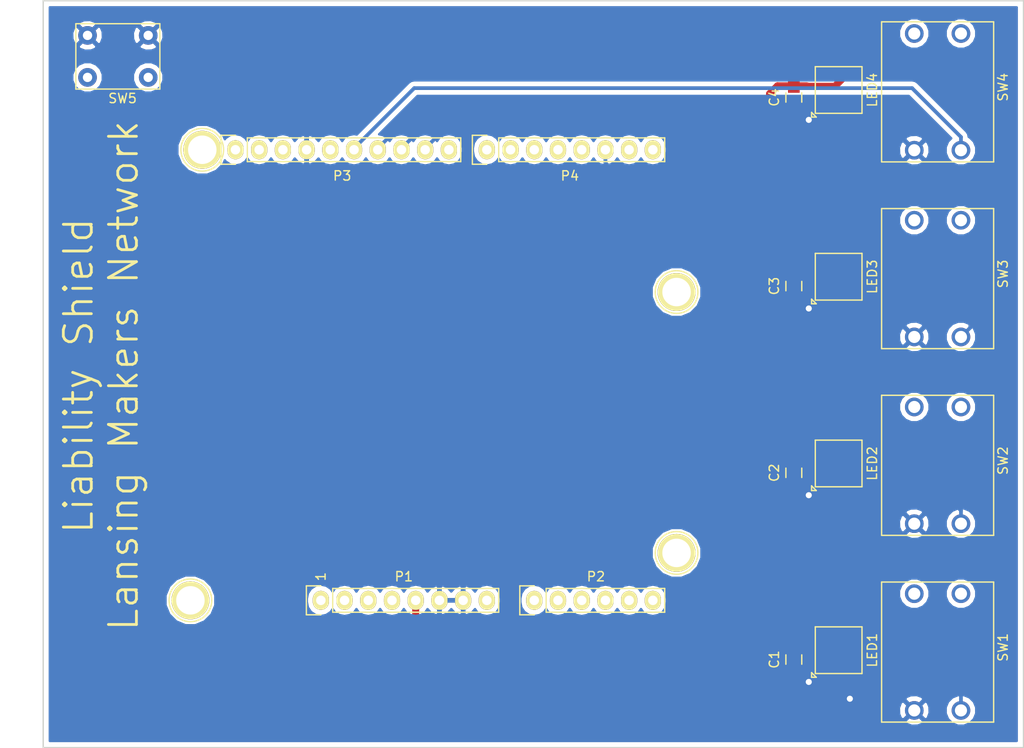
<source format=kicad_pcb>
(kicad_pcb (version 4) (host pcbnew 4.0.7)

  (general
    (links 36)
    (no_connects 32)
    (area 109.124999 59.524999 214.275001 139.675001)
    (thickness 1.6)
    (drawings 39)
    (tracks 103)
    (zones 0)
    (modules 21)
    (nets 45)
  )

  (page A4)
  (title_block
    (date "lun. 30 mars 2015")
  )

  (layers
    (0 F.Cu signal)
    (31 B.Cu signal)
    (32 B.Adhes user)
    (33 F.Adhes user)
    (34 B.Paste user)
    (35 F.Paste user)
    (36 B.SilkS user)
    (37 F.SilkS user)
    (38 B.Mask user)
    (39 F.Mask user)
    (40 Dwgs.User user)
    (41 Cmts.User user)
    (42 Eco1.User user hide)
    (43 Eco2.User user)
    (44 Edge.Cuts user)
    (45 Margin user)
    (46 B.CrtYd user)
    (47 F.CrtYd user)
    (48 B.Fab user)
    (49 F.Fab user)
  )

  (setup
    (last_trace_width 0.4)
    (user_trace_width 0.25)
    (user_trace_width 0.4)
    (user_trace_width 0.5)
    (user_trace_width 0.75)
    (trace_clearance 0.2)
    (zone_clearance 0.508)
    (zone_45_only no)
    (trace_min 0.1524)
    (segment_width 0.15)
    (edge_width 0.15)
    (via_size 0.6)
    (via_drill 0.4)
    (via_min_size 0.508)
    (via_min_drill 0.254)
    (user_via 0.6 0.4)
    (user_via 0.8 0.65)
    (user_via 1.2 0.8)
    (uvia_size 0.3)
    (uvia_drill 0.1)
    (uvias_allowed no)
    (uvia_min_size 0.2)
    (uvia_min_drill 0.1)
    (pcb_text_width 0.3)
    (pcb_text_size 1.5 1.5)
    (mod_edge_width 0.15)
    (mod_text_size 1 1)
    (mod_text_width 0.15)
    (pad_size 4.064 4.064)
    (pad_drill 3.048)
    (pad_to_mask_clearance 0)
    (aux_axis_origin 110.998 126.365)
    (grid_origin 110.998 126.365)
    (visible_elements FFFFFF7F)
    (pcbplotparams
      (layerselection 0x00030_80000001)
      (usegerberextensions false)
      (excludeedgelayer true)
      (linewidth 0.100000)
      (plotframeref false)
      (viasonmask false)
      (mode 1)
      (useauxorigin false)
      (hpglpennumber 1)
      (hpglpenspeed 20)
      (hpglpendiameter 15)
      (hpglpenoverlay 2)
      (psnegative false)
      (psa4output false)
      (plotreference true)
      (plotvalue true)
      (plotinvisibletext false)
      (padsonsilk false)
      (subtractmaskfromsilk false)
      (outputformat 1)
      (mirror false)
      (drillshape 1)
      (scaleselection 1)
      (outputdirectory ""))
  )

  (net 0 "")
  (net 1 /IOREF)
  (net 2 /Reset)
  (net 3 +5V)
  (net 4 GND)
  (net 5 /Vin)
  (net 6 /A0)
  (net 7 /A1)
  (net 8 /A2)
  (net 9 /A3)
  (net 10 /AREF)
  (net 11 "/A4(SDA)")
  (net 12 "/A5(SCL)")
  (net 13 "Net-(P5-Pad1)")
  (net 14 "Net-(P6-Pad1)")
  (net 15 "Net-(P7-Pad1)")
  (net 16 "Net-(P8-Pad1)")
  (net 17 "Net-(P1-Pad1)")
  (net 18 +3V3)
  (net 19 /D2)
  (net 20 "Net-(LED1-Pad4)")
  (net 21 "Net-(LED2-Pad4)")
  (net 22 "Net-(LED3-Pad4)")
  (net 23 "Net-(LED4-Pad4)")
  (net 24 "/D13(SCK)")
  (net 25 "/D12(MISO)")
  (net 26 "/D11(**/MOSI)")
  (net 27 "/D10(**/SS)")
  (net 28 "/D9(**)")
  (net 29 /D8)
  (net 30 /D7)
  (net 31 "/D6(**)")
  (net 32 "/D5(**)")
  (net 33 /D4)
  (net 34 "/D3(**)")
  (net 35 "/D1(Tx)")
  (net 36 "/D0(Rx)")
  (net 37 "Net-(SW1-Pad2)")
  (net 38 "Net-(SW1-Pad4)")
  (net 39 "Net-(SW2-Pad2)")
  (net 40 "Net-(SW2-Pad4)")
  (net 41 "Net-(SW3-Pad2)")
  (net 42 "Net-(SW3-Pad4)")
  (net 43 "Net-(SW4-Pad2)")
  (net 44 "Net-(SW4-Pad4)")

  (net_class Default "This is the default net class."
    (clearance 0.2)
    (trace_width 0.25)
    (via_dia 0.6)
    (via_drill 0.4)
    (uvia_dia 0.3)
    (uvia_drill 0.1)
    (add_net +3V3)
    (add_net +5V)
    (add_net /A0)
    (add_net /A1)
    (add_net /A2)
    (add_net /A3)
    (add_net "/A4(SDA)")
    (add_net "/A5(SCL)")
    (add_net /AREF)
    (add_net "/D0(Rx)")
    (add_net "/D1(Tx)")
    (add_net "/D10(**/SS)")
    (add_net "/D11(**/MOSI)")
    (add_net "/D12(MISO)")
    (add_net "/D13(SCK)")
    (add_net /D2)
    (add_net "/D3(**)")
    (add_net /D4)
    (add_net "/D5(**)")
    (add_net "/D6(**)")
    (add_net /D7)
    (add_net /D8)
    (add_net "/D9(**)")
    (add_net /IOREF)
    (add_net /Reset)
    (add_net /Vin)
    (add_net GND)
    (add_net "Net-(LED1-Pad4)")
    (add_net "Net-(LED2-Pad4)")
    (add_net "Net-(LED3-Pad4)")
    (add_net "Net-(LED4-Pad4)")
    (add_net "Net-(P1-Pad1)")
    (add_net "Net-(P5-Pad1)")
    (add_net "Net-(P6-Pad1)")
    (add_net "Net-(P7-Pad1)")
    (add_net "Net-(P8-Pad1)")
    (add_net "Net-(SW1-Pad2)")
    (add_net "Net-(SW1-Pad4)")
    (add_net "Net-(SW2-Pad2)")
    (add_net "Net-(SW2-Pad4)")
    (add_net "Net-(SW3-Pad2)")
    (add_net "Net-(SW3-Pad4)")
    (add_net "Net-(SW4-Pad2)")
    (add_net "Net-(SW4-Pad4)")
  )

  (module Socket_Arduino_Uno:Socket_Strip_Arduino_1x08 locked (layer F.Cu) (tedit 552168D2) (tstamp 551AF9EA)
    (at 138.938 123.825)
    (descr "Through hole socket strip")
    (tags "socket strip")
    (path /56D70129)
    (fp_text reference P1 (at 8.89 -2.54) (layer F.SilkS)
      (effects (font (size 1 1) (thickness 0.15)))
    )
    (fp_text value Power (at 8.89 -4.064) (layer F.Fab)
      (effects (font (size 1 1) (thickness 0.15)))
    )
    (fp_line (start -1.75 -1.75) (end -1.75 1.75) (layer F.CrtYd) (width 0.05))
    (fp_line (start 19.55 -1.75) (end 19.55 1.75) (layer F.CrtYd) (width 0.05))
    (fp_line (start -1.75 -1.75) (end 19.55 -1.75) (layer F.CrtYd) (width 0.05))
    (fp_line (start -1.75 1.75) (end 19.55 1.75) (layer F.CrtYd) (width 0.05))
    (fp_line (start 1.27 1.27) (end 19.05 1.27) (layer F.SilkS) (width 0.15))
    (fp_line (start 19.05 1.27) (end 19.05 -1.27) (layer F.SilkS) (width 0.15))
    (fp_line (start 19.05 -1.27) (end 1.27 -1.27) (layer F.SilkS) (width 0.15))
    (fp_line (start -1.55 1.55) (end 0 1.55) (layer F.SilkS) (width 0.15))
    (fp_line (start 1.27 1.27) (end 1.27 -1.27) (layer F.SilkS) (width 0.15))
    (fp_line (start 0 -1.55) (end -1.55 -1.55) (layer F.SilkS) (width 0.15))
    (fp_line (start -1.55 -1.55) (end -1.55 1.55) (layer F.SilkS) (width 0.15))
    (pad 1 thru_hole oval (at 0 0) (size 1.7272 2.032) (drill 1.016) (layers *.Cu *.Mask F.SilkS)
      (net 17 "Net-(P1-Pad1)"))
    (pad 2 thru_hole oval (at 2.54 0) (size 1.7272 2.032) (drill 1.016) (layers *.Cu *.Mask F.SilkS)
      (net 1 /IOREF))
    (pad 3 thru_hole oval (at 5.08 0) (size 1.7272 2.032) (drill 1.016) (layers *.Cu *.Mask F.SilkS)
      (net 2 /Reset))
    (pad 4 thru_hole oval (at 7.62 0) (size 1.7272 2.032) (drill 1.016) (layers *.Cu *.Mask F.SilkS)
      (net 18 +3V3))
    (pad 5 thru_hole oval (at 10.16 0) (size 1.7272 2.032) (drill 1.016) (layers *.Cu *.Mask F.SilkS)
      (net 3 +5V))
    (pad 6 thru_hole oval (at 12.7 0) (size 1.7272 2.032) (drill 1.016) (layers *.Cu *.Mask F.SilkS)
      (net 4 GND))
    (pad 7 thru_hole oval (at 15.24 0) (size 1.7272 2.032) (drill 1.016) (layers *.Cu *.Mask F.SilkS)
      (net 4 GND))
    (pad 8 thru_hole oval (at 17.78 0) (size 1.7272 2.032) (drill 1.016) (layers *.Cu *.Mask F.SilkS)
      (net 5 /Vin))
    (model ${KIPRJMOD}/Socket_Arduino_Uno.3dshapes/Socket_header_Arduino_1x08.wrl
      (at (xyz 0.35 0 0))
      (scale (xyz 1 1 1))
      (rotate (xyz 0 0 180))
    )
  )

  (module Socket_Arduino_Uno:Socket_Strip_Arduino_1x06 locked (layer F.Cu) (tedit 552168D6) (tstamp 551AF9FF)
    (at 161.798 123.825)
    (descr "Through hole socket strip")
    (tags "socket strip")
    (path /56D70DD8)
    (fp_text reference P2 (at 6.604 -2.54) (layer F.SilkS)
      (effects (font (size 1 1) (thickness 0.15)))
    )
    (fp_text value Analog (at 6.604 -4.064) (layer F.Fab)
      (effects (font (size 1 1) (thickness 0.15)))
    )
    (fp_line (start -1.75 -1.75) (end -1.75 1.75) (layer F.CrtYd) (width 0.05))
    (fp_line (start 14.45 -1.75) (end 14.45 1.75) (layer F.CrtYd) (width 0.05))
    (fp_line (start -1.75 -1.75) (end 14.45 -1.75) (layer F.CrtYd) (width 0.05))
    (fp_line (start -1.75 1.75) (end 14.45 1.75) (layer F.CrtYd) (width 0.05))
    (fp_line (start 1.27 1.27) (end 13.97 1.27) (layer F.SilkS) (width 0.15))
    (fp_line (start 13.97 1.27) (end 13.97 -1.27) (layer F.SilkS) (width 0.15))
    (fp_line (start 13.97 -1.27) (end 1.27 -1.27) (layer F.SilkS) (width 0.15))
    (fp_line (start -1.55 1.55) (end 0 1.55) (layer F.SilkS) (width 0.15))
    (fp_line (start 1.27 1.27) (end 1.27 -1.27) (layer F.SilkS) (width 0.15))
    (fp_line (start 0 -1.55) (end -1.55 -1.55) (layer F.SilkS) (width 0.15))
    (fp_line (start -1.55 -1.55) (end -1.55 1.55) (layer F.SilkS) (width 0.15))
    (pad 1 thru_hole oval (at 0 0) (size 1.7272 2.032) (drill 1.016) (layers *.Cu *.Mask F.SilkS)
      (net 6 /A0))
    (pad 2 thru_hole oval (at 2.54 0) (size 1.7272 2.032) (drill 1.016) (layers *.Cu *.Mask F.SilkS)
      (net 7 /A1))
    (pad 3 thru_hole oval (at 5.08 0) (size 1.7272 2.032) (drill 1.016) (layers *.Cu *.Mask F.SilkS)
      (net 8 /A2))
    (pad 4 thru_hole oval (at 7.62 0) (size 1.7272 2.032) (drill 1.016) (layers *.Cu *.Mask F.SilkS)
      (net 9 /A3))
    (pad 5 thru_hole oval (at 10.16 0) (size 1.7272 2.032) (drill 1.016) (layers *.Cu *.Mask F.SilkS)
      (net 11 "/A4(SDA)"))
    (pad 6 thru_hole oval (at 12.7 0) (size 1.7272 2.032) (drill 1.016) (layers *.Cu *.Mask F.SilkS)
      (net 12 "/A5(SCL)"))
    (model ${KIPRJMOD}/Socket_Arduino_Uno.3dshapes/Socket_header_Arduino_1x06.wrl
      (at (xyz 0.25 0 0))
      (scale (xyz 1 1 1))
      (rotate (xyz 0 0 180))
    )
  )

  (module Socket_Arduino_Uno:Socket_Strip_Arduino_1x10 locked (layer F.Cu) (tedit 552168BF) (tstamp 551AFA18)
    (at 129.794 75.565)
    (descr "Through hole socket strip")
    (tags "socket strip")
    (path /56D721E0)
    (fp_text reference P3 (at 11.43 2.794) (layer F.SilkS)
      (effects (font (size 1 1) (thickness 0.15)))
    )
    (fp_text value Digital (at 11.43 4.318) (layer F.Fab)
      (effects (font (size 1 1) (thickness 0.15)))
    )
    (fp_line (start -1.75 -1.75) (end -1.75 1.75) (layer F.CrtYd) (width 0.05))
    (fp_line (start 24.65 -1.75) (end 24.65 1.75) (layer F.CrtYd) (width 0.05))
    (fp_line (start -1.75 -1.75) (end 24.65 -1.75) (layer F.CrtYd) (width 0.05))
    (fp_line (start -1.75 1.75) (end 24.65 1.75) (layer F.CrtYd) (width 0.05))
    (fp_line (start 1.27 1.27) (end 24.13 1.27) (layer F.SilkS) (width 0.15))
    (fp_line (start 24.13 1.27) (end 24.13 -1.27) (layer F.SilkS) (width 0.15))
    (fp_line (start 24.13 -1.27) (end 1.27 -1.27) (layer F.SilkS) (width 0.15))
    (fp_line (start -1.55 1.55) (end 0 1.55) (layer F.SilkS) (width 0.15))
    (fp_line (start 1.27 1.27) (end 1.27 -1.27) (layer F.SilkS) (width 0.15))
    (fp_line (start 0 -1.55) (end -1.55 -1.55) (layer F.SilkS) (width 0.15))
    (fp_line (start -1.55 -1.55) (end -1.55 1.55) (layer F.SilkS) (width 0.15))
    (pad 1 thru_hole oval (at 0 0) (size 1.7272 2.032) (drill 1.016) (layers *.Cu *.Mask F.SilkS)
      (net 12 "/A5(SCL)"))
    (pad 2 thru_hole oval (at 2.54 0) (size 1.7272 2.032) (drill 1.016) (layers *.Cu *.Mask F.SilkS)
      (net 11 "/A4(SDA)"))
    (pad 3 thru_hole oval (at 5.08 0) (size 1.7272 2.032) (drill 1.016) (layers *.Cu *.Mask F.SilkS)
      (net 10 /AREF))
    (pad 4 thru_hole oval (at 7.62 0) (size 1.7272 2.032) (drill 1.016) (layers *.Cu *.Mask F.SilkS)
      (net 4 GND))
    (pad 5 thru_hole oval (at 10.16 0) (size 1.7272 2.032) (drill 1.016) (layers *.Cu *.Mask F.SilkS)
      (net 24 "/D13(SCK)"))
    (pad 6 thru_hole oval (at 12.7 0) (size 1.7272 2.032) (drill 1.016) (layers *.Cu *.Mask F.SilkS)
      (net 25 "/D12(MISO)"))
    (pad 7 thru_hole oval (at 15.24 0) (size 1.7272 2.032) (drill 1.016) (layers *.Cu *.Mask F.SilkS)
      (net 26 "/D11(**/MOSI)"))
    (pad 8 thru_hole oval (at 17.78 0) (size 1.7272 2.032) (drill 1.016) (layers *.Cu *.Mask F.SilkS)
      (net 27 "/D10(**/SS)"))
    (pad 9 thru_hole oval (at 20.32 0) (size 1.7272 2.032) (drill 1.016) (layers *.Cu *.Mask F.SilkS)
      (net 28 "/D9(**)"))
    (pad 10 thru_hole oval (at 22.86 0) (size 1.7272 2.032) (drill 1.016) (layers *.Cu *.Mask F.SilkS)
      (net 29 /D8))
    (model ${KIPRJMOD}/Socket_Arduino_Uno.3dshapes/Socket_header_Arduino_1x10.wrl
      (at (xyz 0.45 0 0))
      (scale (xyz 1 1 1))
      (rotate (xyz 0 0 180))
    )
  )

  (module Socket_Arduino_Uno:Socket_Strip_Arduino_1x08 locked (layer F.Cu) (tedit 552168C7) (tstamp 551AFA2F)
    (at 156.718 75.565)
    (descr "Through hole socket strip")
    (tags "socket strip")
    (path /56D7164F)
    (fp_text reference P4 (at 8.89 2.794) (layer F.SilkS)
      (effects (font (size 1 1) (thickness 0.15)))
    )
    (fp_text value Digital (at 8.89 4.318) (layer F.Fab)
      (effects (font (size 1 1) (thickness 0.15)))
    )
    (fp_line (start -1.75 -1.75) (end -1.75 1.75) (layer F.CrtYd) (width 0.05))
    (fp_line (start 19.55 -1.75) (end 19.55 1.75) (layer F.CrtYd) (width 0.05))
    (fp_line (start -1.75 -1.75) (end 19.55 -1.75) (layer F.CrtYd) (width 0.05))
    (fp_line (start -1.75 1.75) (end 19.55 1.75) (layer F.CrtYd) (width 0.05))
    (fp_line (start 1.27 1.27) (end 19.05 1.27) (layer F.SilkS) (width 0.15))
    (fp_line (start 19.05 1.27) (end 19.05 -1.27) (layer F.SilkS) (width 0.15))
    (fp_line (start 19.05 -1.27) (end 1.27 -1.27) (layer F.SilkS) (width 0.15))
    (fp_line (start -1.55 1.55) (end 0 1.55) (layer F.SilkS) (width 0.15))
    (fp_line (start 1.27 1.27) (end 1.27 -1.27) (layer F.SilkS) (width 0.15))
    (fp_line (start 0 -1.55) (end -1.55 -1.55) (layer F.SilkS) (width 0.15))
    (fp_line (start -1.55 -1.55) (end -1.55 1.55) (layer F.SilkS) (width 0.15))
    (pad 1 thru_hole oval (at 0 0) (size 1.7272 2.032) (drill 1.016) (layers *.Cu *.Mask F.SilkS)
      (net 30 /D7))
    (pad 2 thru_hole oval (at 2.54 0) (size 1.7272 2.032) (drill 1.016) (layers *.Cu *.Mask F.SilkS)
      (net 31 "/D6(**)"))
    (pad 3 thru_hole oval (at 5.08 0) (size 1.7272 2.032) (drill 1.016) (layers *.Cu *.Mask F.SilkS)
      (net 32 "/D5(**)"))
    (pad 4 thru_hole oval (at 7.62 0) (size 1.7272 2.032) (drill 1.016) (layers *.Cu *.Mask F.SilkS)
      (net 33 /D4))
    (pad 5 thru_hole oval (at 10.16 0) (size 1.7272 2.032) (drill 1.016) (layers *.Cu *.Mask F.SilkS)
      (net 34 "/D3(**)"))
    (pad 6 thru_hole oval (at 12.7 0) (size 1.7272 2.032) (drill 1.016) (layers *.Cu *.Mask F.SilkS)
      (net 19 /D2))
    (pad 7 thru_hole oval (at 15.24 0) (size 1.7272 2.032) (drill 1.016) (layers *.Cu *.Mask F.SilkS)
      (net 35 "/D1(Tx)"))
    (pad 8 thru_hole oval (at 17.78 0) (size 1.7272 2.032) (drill 1.016) (layers *.Cu *.Mask F.SilkS)
      (net 36 "/D0(Rx)"))
    (model ${KIPRJMOD}/Socket_Arduino_Uno.3dshapes/Socket_header_Arduino_1x08.wrl
      (at (xyz 0.35 0 0))
      (scale (xyz 1 1 1))
      (rotate (xyz 0 0 180))
    )
  )

  (module Socket_Arduino_Uno:Arduino_1pin locked (layer F.Cu) (tedit 5524FC39) (tstamp 5524FC3F)
    (at 124.968 123.825)
    (descr "module 1 pin (ou trou mecanique de percage)")
    (tags DEV)
    (path /56D71177)
    (fp_text reference P5 (at 0 -3.048) (layer F.SilkS) hide
      (effects (font (size 1 1) (thickness 0.15)))
    )
    (fp_text value CONN_01X01 (at 0 2.794) (layer F.Fab) hide
      (effects (font (size 1 1) (thickness 0.15)))
    )
    (fp_circle (center 0 0) (end 0 -2.286) (layer F.SilkS) (width 0.15))
    (pad 1 thru_hole circle (at 0 0) (size 4.064 4.064) (drill 3.048) (layers *.Cu *.Mask F.SilkS)
      (net 13 "Net-(P5-Pad1)"))
  )

  (module Socket_Arduino_Uno:Arduino_1pin locked (layer F.Cu) (tedit 5524FC4A) (tstamp 5524FC44)
    (at 177.038 118.745)
    (descr "module 1 pin (ou trou mecanique de percage)")
    (tags DEV)
    (path /56D71274)
    (fp_text reference P6 (at 0 -3.048) (layer F.SilkS) hide
      (effects (font (size 1 1) (thickness 0.15)))
    )
    (fp_text value CONN_01X01 (at 0 2.794) (layer F.Fab) hide
      (effects (font (size 1 1) (thickness 0.15)))
    )
    (fp_circle (center 0 0) (end 0 -2.286) (layer F.SilkS) (width 0.15))
    (pad 1 thru_hole circle (at 0 0) (size 4.064 4.064) (drill 3.048) (layers *.Cu *.Mask F.SilkS)
      (net 14 "Net-(P6-Pad1)"))
  )

  (module Socket_Arduino_Uno:Arduino_1pin locked (layer F.Cu) (tedit 5A4AB5CE) (tstamp 5524FC49)
    (at 126.238 75.565)
    (descr "module 1 pin (ou trou mecanique de percage)")
    (tags DEV)
    (path /56D712A8)
    (fp_text reference P7 (at 0 -3.048) (layer F.SilkS) hide
      (effects (font (size 1 1) (thickness 0.15)))
    )
    (fp_text value CONN_01X01 (at 0 2.794) (layer F.Fab) hide
      (effects (font (size 1 1) (thickness 0.15)))
    )
    (fp_circle (center 0 0) (end 0 -2.286) (layer F.SilkS) (width 0.15))
    (pad 1 thru_hole circle (at 0 0) (size 4.064 4.064) (drill 3.048) (layers *.Cu *.Mask F.SilkS)
      (net 15 "Net-(P7-Pad1)"))
  )

  (module Socket_Arduino_Uno:Arduino_1pin locked (layer F.Cu) (tedit 5524FC41) (tstamp 5524FC4E)
    (at 177.038 90.805)
    (descr "module 1 pin (ou trou mecanique de percage)")
    (tags DEV)
    (path /56D712DB)
    (fp_text reference P8 (at 0 -3.048) (layer F.SilkS) hide
      (effects (font (size 1 1) (thickness 0.15)))
    )
    (fp_text value CONN_01X01 (at 0 2.794) (layer F.Fab) hide
      (effects (font (size 1 1) (thickness 0.15)))
    )
    (fp_circle (center 0 0) (end 0 -2.286) (layer F.SilkS) (width 0.15))
    (pad 1 thru_hole circle (at 0 0) (size 4.064 4.064) (drill 3.048) (layers *.Cu *.Mask F.SilkS)
      (net 16 "Net-(P8-Pad1)"))
  )

  (module Capacitors_SMD:C_0805_HandSoldering (layer F.Cu) (tedit 541A9B8D) (tstamp 5A4AB715)
    (at 189.598 130.165 90)
    (descr "Capacitor SMD 0805, hand soldering")
    (tags "capacitor 0805")
    (path /5A4AA378)
    (attr smd)
    (fp_text reference C1 (at 0 -2.1 90) (layer F.SilkS)
      (effects (font (size 1 1) (thickness 0.15)))
    )
    (fp_text value .1uF (at 0 2.1 90) (layer F.Fab)
      (effects (font (size 1 1) (thickness 0.15)))
    )
    (fp_line (start -1 0.625) (end -1 -0.625) (layer F.Fab) (width 0.15))
    (fp_line (start 1 0.625) (end -1 0.625) (layer F.Fab) (width 0.15))
    (fp_line (start 1 -0.625) (end 1 0.625) (layer F.Fab) (width 0.15))
    (fp_line (start -1 -0.625) (end 1 -0.625) (layer F.Fab) (width 0.15))
    (fp_line (start -2.3 -1) (end 2.3 -1) (layer F.CrtYd) (width 0.05))
    (fp_line (start -2.3 1) (end 2.3 1) (layer F.CrtYd) (width 0.05))
    (fp_line (start -2.3 -1) (end -2.3 1) (layer F.CrtYd) (width 0.05))
    (fp_line (start 2.3 -1) (end 2.3 1) (layer F.CrtYd) (width 0.05))
    (fp_line (start 0.5 -0.85) (end -0.5 -0.85) (layer F.SilkS) (width 0.15))
    (fp_line (start -0.5 0.85) (end 0.5 0.85) (layer F.SilkS) (width 0.15))
    (pad 1 smd rect (at -1.25 0 90) (size 1.5 1.25) (layers F.Cu F.Paste F.Mask)
      (net 4 GND))
    (pad 2 smd rect (at 1.25 0 90) (size 1.5 1.25) (layers F.Cu F.Paste F.Mask)
      (net 3 +5V))
    (model Capacitors_SMD.3dshapes/C_0805.wrl
      (at (xyz 0 0 0))
      (scale (xyz 1 1 1))
      (rotate (xyz 0 0 0))
    )
  )

  (module Capacitors_SMD:C_0805_HandSoldering (layer F.Cu) (tedit 541A9B8D) (tstamp 5A4AB71B)
    (at 189.598 110.165 90)
    (descr "Capacitor SMD 0805, hand soldering")
    (tags "capacitor 0805")
    (path /5A4AAFC9)
    (attr smd)
    (fp_text reference C2 (at 0 -2.1 90) (layer F.SilkS)
      (effects (font (size 1 1) (thickness 0.15)))
    )
    (fp_text value .1uF (at 0 2.1 90) (layer F.Fab)
      (effects (font (size 1 1) (thickness 0.15)))
    )
    (fp_line (start -1 0.625) (end -1 -0.625) (layer F.Fab) (width 0.15))
    (fp_line (start 1 0.625) (end -1 0.625) (layer F.Fab) (width 0.15))
    (fp_line (start 1 -0.625) (end 1 0.625) (layer F.Fab) (width 0.15))
    (fp_line (start -1 -0.625) (end 1 -0.625) (layer F.Fab) (width 0.15))
    (fp_line (start -2.3 -1) (end 2.3 -1) (layer F.CrtYd) (width 0.05))
    (fp_line (start -2.3 1) (end 2.3 1) (layer F.CrtYd) (width 0.05))
    (fp_line (start -2.3 -1) (end -2.3 1) (layer F.CrtYd) (width 0.05))
    (fp_line (start 2.3 -1) (end 2.3 1) (layer F.CrtYd) (width 0.05))
    (fp_line (start 0.5 -0.85) (end -0.5 -0.85) (layer F.SilkS) (width 0.15))
    (fp_line (start -0.5 0.85) (end 0.5 0.85) (layer F.SilkS) (width 0.15))
    (pad 1 smd rect (at -1.25 0 90) (size 1.5 1.25) (layers F.Cu F.Paste F.Mask)
      (net 4 GND))
    (pad 2 smd rect (at 1.25 0 90) (size 1.5 1.25) (layers F.Cu F.Paste F.Mask)
      (net 3 +5V))
    (model Capacitors_SMD.3dshapes/C_0805.wrl
      (at (xyz 0 0 0))
      (scale (xyz 1 1 1))
      (rotate (xyz 0 0 0))
    )
  )

  (module Capacitors_SMD:C_0805_HandSoldering (layer F.Cu) (tedit 541A9B8D) (tstamp 5A4AB721)
    (at 189.598 90.165 90)
    (descr "Capacitor SMD 0805, hand soldering")
    (tags "capacitor 0805")
    (path /5A4AB01F)
    (attr smd)
    (fp_text reference C3 (at 0 -2.1 90) (layer F.SilkS)
      (effects (font (size 1 1) (thickness 0.15)))
    )
    (fp_text value .1uF (at 0 2.1 90) (layer F.Fab)
      (effects (font (size 1 1) (thickness 0.15)))
    )
    (fp_line (start -1 0.625) (end -1 -0.625) (layer F.Fab) (width 0.15))
    (fp_line (start 1 0.625) (end -1 0.625) (layer F.Fab) (width 0.15))
    (fp_line (start 1 -0.625) (end 1 0.625) (layer F.Fab) (width 0.15))
    (fp_line (start -1 -0.625) (end 1 -0.625) (layer F.Fab) (width 0.15))
    (fp_line (start -2.3 -1) (end 2.3 -1) (layer F.CrtYd) (width 0.05))
    (fp_line (start -2.3 1) (end 2.3 1) (layer F.CrtYd) (width 0.05))
    (fp_line (start -2.3 -1) (end -2.3 1) (layer F.CrtYd) (width 0.05))
    (fp_line (start 2.3 -1) (end 2.3 1) (layer F.CrtYd) (width 0.05))
    (fp_line (start 0.5 -0.85) (end -0.5 -0.85) (layer F.SilkS) (width 0.15))
    (fp_line (start -0.5 0.85) (end 0.5 0.85) (layer F.SilkS) (width 0.15))
    (pad 1 smd rect (at -1.25 0 90) (size 1.5 1.25) (layers F.Cu F.Paste F.Mask)
      (net 4 GND))
    (pad 2 smd rect (at 1.25 0 90) (size 1.5 1.25) (layers F.Cu F.Paste F.Mask)
      (net 3 +5V))
    (model Capacitors_SMD.3dshapes/C_0805.wrl
      (at (xyz 0 0 0))
      (scale (xyz 1 1 1))
      (rotate (xyz 0 0 0))
    )
  )

  (module Capacitors_SMD:C_0805_HandSoldering (layer F.Cu) (tedit 541A9B8D) (tstamp 5A4AB727)
    (at 189.598 69.965 90)
    (descr "Capacitor SMD 0805, hand soldering")
    (tags "capacitor 0805")
    (path /5A4AB079)
    (attr smd)
    (fp_text reference C4 (at 0 -2.1 90) (layer F.SilkS)
      (effects (font (size 1 1) (thickness 0.15)))
    )
    (fp_text value .1uF (at 0 2.1 90) (layer F.Fab)
      (effects (font (size 1 1) (thickness 0.15)))
    )
    (fp_line (start -1 0.625) (end -1 -0.625) (layer F.Fab) (width 0.15))
    (fp_line (start 1 0.625) (end -1 0.625) (layer F.Fab) (width 0.15))
    (fp_line (start 1 -0.625) (end 1 0.625) (layer F.Fab) (width 0.15))
    (fp_line (start -1 -0.625) (end 1 -0.625) (layer F.Fab) (width 0.15))
    (fp_line (start -2.3 -1) (end 2.3 -1) (layer F.CrtYd) (width 0.05))
    (fp_line (start -2.3 1) (end 2.3 1) (layer F.CrtYd) (width 0.05))
    (fp_line (start -2.3 -1) (end -2.3 1) (layer F.CrtYd) (width 0.05))
    (fp_line (start 2.3 -1) (end 2.3 1) (layer F.CrtYd) (width 0.05))
    (fp_line (start 0.5 -0.85) (end -0.5 -0.85) (layer F.SilkS) (width 0.15))
    (fp_line (start -0.5 0.85) (end 0.5 0.85) (layer F.SilkS) (width 0.15))
    (pad 1 smd rect (at -1.25 0 90) (size 1.5 1.25) (layers F.Cu F.Paste F.Mask)
      (net 4 GND))
    (pad 2 smd rect (at 1.25 0 90) (size 1.5 1.25) (layers F.Cu F.Paste F.Mask)
      (net 3 +5V))
    (model Capacitors_SMD.3dshapes/C_0805.wrl
      (at (xyz 0 0 0))
      (scale (xyz 1 1 1))
      (rotate (xyz 0 0 0))
    )
  )

  (module lib_fp:LED_5050_4pin (layer F.Cu) (tedit 5938A5D1) (tstamp 5A4AB736)
    (at 194.398 129.165 90)
    (path /5A4A9E64)
    (fp_text reference LED1 (at 0 3.6 90) (layer F.SilkS)
      (effects (font (size 1 1) (thickness 0.15)))
    )
    (fp_text value SK6812 (at 0 -0.1 90) (layer F.Fab)
      (effects (font (size 1 1) (thickness 0.15)))
    )
    (fp_line (start -2.9 -2.4) (end -2.9 -2.9) (layer F.SilkS) (width 0.15))
    (fp_line (start -2.4 -2.9) (end -2.9 -2.4) (layer F.SilkS) (width 0.15))
    (fp_line (start -2.9 -2.9) (end -2.4 -2.9) (layer F.SilkS) (width 0.15))
    (fp_line (start -2.5 -2.5) (end 2.5 -2.5) (layer F.SilkS) (width 0.15))
    (fp_line (start -2.5 2.5) (end -2.5 -2.5) (layer F.SilkS) (width 0.15))
    (fp_line (start 2.5 2.5) (end -2.5 2.5) (layer F.SilkS) (width 0.15))
    (fp_line (start 2.5 -2.5) (end 2.5 2.5) (layer F.SilkS) (width 0.15))
    (pad 1 smd rect (at -2.35 -1.6 90) (size 1.5 1.2) (layers F.Cu F.Paste F.Mask)
      (net 4 GND))
    (pad 2 smd rect (at -2.35 1.6 90) (size 1.5 1.2) (layers F.Cu F.Paste F.Mask)
      (net 19 /D2))
    (pad 3 smd rect (at 2.35 1.6 90) (size 1.5 1.2) (layers F.Cu F.Paste F.Mask)
      (net 3 +5V))
    (pad 4 smd rect (at 2.35 -1.6 90) (size 1.5 1.2) (layers F.Cu F.Paste F.Mask)
      (net 20 "Net-(LED1-Pad4)"))
  )

  (module lib_fp:LED_5050_4pin (layer F.Cu) (tedit 5938A5D1) (tstamp 5A4AB745)
    (at 194.398 109.165 90)
    (path /5A4AA94B)
    (fp_text reference LED2 (at 0 3.6 90) (layer F.SilkS)
      (effects (font (size 1 1) (thickness 0.15)))
    )
    (fp_text value SK6812 (at 0 -0.1 90) (layer F.Fab)
      (effects (font (size 1 1) (thickness 0.15)))
    )
    (fp_line (start -2.9 -2.4) (end -2.9 -2.9) (layer F.SilkS) (width 0.15))
    (fp_line (start -2.4 -2.9) (end -2.9 -2.4) (layer F.SilkS) (width 0.15))
    (fp_line (start -2.9 -2.9) (end -2.4 -2.9) (layer F.SilkS) (width 0.15))
    (fp_line (start -2.5 -2.5) (end 2.5 -2.5) (layer F.SilkS) (width 0.15))
    (fp_line (start -2.5 2.5) (end -2.5 -2.5) (layer F.SilkS) (width 0.15))
    (fp_line (start 2.5 2.5) (end -2.5 2.5) (layer F.SilkS) (width 0.15))
    (fp_line (start 2.5 -2.5) (end 2.5 2.5) (layer F.SilkS) (width 0.15))
    (pad 1 smd rect (at -2.35 -1.6 90) (size 1.5 1.2) (layers F.Cu F.Paste F.Mask)
      (net 4 GND))
    (pad 2 smd rect (at -2.35 1.6 90) (size 1.5 1.2) (layers F.Cu F.Paste F.Mask)
      (net 20 "Net-(LED1-Pad4)"))
    (pad 3 smd rect (at 2.35 1.6 90) (size 1.5 1.2) (layers F.Cu F.Paste F.Mask)
      (net 3 +5V))
    (pad 4 smd rect (at 2.35 -1.6 90) (size 1.5 1.2) (layers F.Cu F.Paste F.Mask)
      (net 21 "Net-(LED2-Pad4)"))
  )

  (module lib_fp:LED_5050_4pin (layer F.Cu) (tedit 5938A5D1) (tstamp 5A4AB754)
    (at 194.398 89.165 90)
    (path /5A4AA996)
    (fp_text reference LED3 (at 0 3.6 90) (layer F.SilkS)
      (effects (font (size 1 1) (thickness 0.15)))
    )
    (fp_text value SK6812 (at 0 -0.1 90) (layer F.Fab)
      (effects (font (size 1 1) (thickness 0.15)))
    )
    (fp_line (start -2.9 -2.4) (end -2.9 -2.9) (layer F.SilkS) (width 0.15))
    (fp_line (start -2.4 -2.9) (end -2.9 -2.4) (layer F.SilkS) (width 0.15))
    (fp_line (start -2.9 -2.9) (end -2.4 -2.9) (layer F.SilkS) (width 0.15))
    (fp_line (start -2.5 -2.5) (end 2.5 -2.5) (layer F.SilkS) (width 0.15))
    (fp_line (start -2.5 2.5) (end -2.5 -2.5) (layer F.SilkS) (width 0.15))
    (fp_line (start 2.5 2.5) (end -2.5 2.5) (layer F.SilkS) (width 0.15))
    (fp_line (start 2.5 -2.5) (end 2.5 2.5) (layer F.SilkS) (width 0.15))
    (pad 1 smd rect (at -2.35 -1.6 90) (size 1.5 1.2) (layers F.Cu F.Paste F.Mask)
      (net 4 GND))
    (pad 2 smd rect (at -2.35 1.6 90) (size 1.5 1.2) (layers F.Cu F.Paste F.Mask)
      (net 21 "Net-(LED2-Pad4)"))
    (pad 3 smd rect (at 2.35 1.6 90) (size 1.5 1.2) (layers F.Cu F.Paste F.Mask)
      (net 3 +5V))
    (pad 4 smd rect (at 2.35 -1.6 90) (size 1.5 1.2) (layers F.Cu F.Paste F.Mask)
      (net 22 "Net-(LED3-Pad4)"))
  )

  (module lib_fp:LED_5050_4pin (layer F.Cu) (tedit 5938A5D1) (tstamp 5A4AB763)
    (at 194.398 69.165 90)
    (path /5A4AA9E6)
    (fp_text reference LED4 (at 0 3.6 90) (layer F.SilkS)
      (effects (font (size 1 1) (thickness 0.15)))
    )
    (fp_text value SK6812 (at 0.2 -1.5 90) (layer F.Fab)
      (effects (font (size 1 1) (thickness 0.15)))
    )
    (fp_line (start -2.9 -2.4) (end -2.9 -2.9) (layer F.SilkS) (width 0.15))
    (fp_line (start -2.4 -2.9) (end -2.9 -2.4) (layer F.SilkS) (width 0.15))
    (fp_line (start -2.9 -2.9) (end -2.4 -2.9) (layer F.SilkS) (width 0.15))
    (fp_line (start -2.5 -2.5) (end 2.5 -2.5) (layer F.SilkS) (width 0.15))
    (fp_line (start -2.5 2.5) (end -2.5 -2.5) (layer F.SilkS) (width 0.15))
    (fp_line (start 2.5 2.5) (end -2.5 2.5) (layer F.SilkS) (width 0.15))
    (fp_line (start 2.5 -2.5) (end 2.5 2.5) (layer F.SilkS) (width 0.15))
    (pad 1 smd rect (at -2.35 -1.6 90) (size 1.5 1.2) (layers F.Cu F.Paste F.Mask)
      (net 4 GND))
    (pad 2 smd rect (at -2.35 1.6 90) (size 1.5 1.2) (layers F.Cu F.Paste F.Mask)
      (net 22 "Net-(LED3-Pad4)"))
    (pad 3 smd rect (at 2.35 1.6 90) (size 1.5 1.2) (layers F.Cu F.Paste F.Mask)
      (net 3 +5V))
    (pad 4 smd rect (at 2.35 -1.6 90) (size 1.5 1.2) (layers F.Cu F.Paste F.Mask)
      (net 23 "Net-(LED4-Pad4)"))
  )

  (module lib_fp:TactSwitch_6.5_4.5 (layer F.Cu) (tedit 5A4AB67D) (tstamp 5A4AB79F)
    (at 117.198 65.565)
    (path /5A4AC720)
    (fp_text reference SW5 (at 0.5 4.5) (layer F.SilkS)
      (effects (font (size 1 1) (thickness 0.15)))
    )
    (fp_text value SW_Push (at 0 -0.5) (layer F.Fab)
      (effects (font (size 1 1) (thickness 0.15)))
    )
    (fp_line (start -4.5 3.5) (end -4.5 -3.5) (layer F.SilkS) (width 0.15))
    (fp_line (start 4.5 3.5) (end -4.5 3.5) (layer F.SilkS) (width 0.15))
    (fp_line (start 4.5 -3.5) (end 4.5 3.5) (layer F.SilkS) (width 0.15))
    (fp_line (start -4.5 -3.5) (end 4.5 -3.5) (layer F.SilkS) (width 0.15))
    (pad 1 thru_hole circle (at -3.25 -2.25) (size 2 2) (drill 1) (layers *.Cu *.Mask)
      (net 4 GND))
    (pad 1 thru_hole circle (at 3.25 -2.25) (size 2 2) (drill 1) (layers *.Cu *.Mask)
      (net 4 GND))
    (pad 2 thru_hole circle (at -3.25 2.25) (size 2 2) (drill 1) (layers *.Cu *.Mask)
      (net 2 /Reset))
    (pad 2 thru_hole circle (at 3.25 2.25) (size 2 2) (drill 1) (layers *.Cu *.Mask)
      (net 2 /Reset))
  )

  (module lib_fp:TactSwitch_12.5_5 (layer F.Cu) (tedit 5A4ACAE5) (tstamp 5A4AB76F)
    (at 204.998 129.365 90)
    (path /5A4AE4E0)
    (fp_text reference SW1 (at 0.5 7 90) (layer F.SilkS)
      (effects (font (size 1 1) (thickness 0.15)))
    )
    (fp_text value SW_TactSwitch_4pin (at 0 -0.5 90) (layer F.Fab)
      (effects (font (size 1 1) (thickness 0.15)))
    )
    (fp_line (start -7.5 6) (end -7.5 -6) (layer F.SilkS) (width 0.15))
    (fp_line (start 7.5 6) (end -7.5 6) (layer F.SilkS) (width 0.15))
    (fp_line (start 7.5 -6) (end 7.5 6) (layer F.SilkS) (width 0.15))
    (fp_line (start -7.5 -6) (end 7.5 -6) (layer F.SilkS) (width 0.15))
    (pad 1 thru_hole circle (at -6.25 -2.5 90) (size 2 2) (drill 1.3) (layers *.Cu *.Mask)
      (net 4 GND))
    (pad 2 thru_hole circle (at 6.25 -2.5 90) (size 2 2) (drill 1.3) (layers *.Cu *.Mask)
      (net 37 "Net-(SW1-Pad2)"))
    (pad 3 thru_hole circle (at -6.25 2.5 90) (size 2 2) (drill 1.3) (layers *.Cu *.Mask)
      (net 28 "/D9(**)"))
    (pad 4 thru_hole circle (at 6.25 2.5 90) (size 2 2) (drill 1.3) (layers *.Cu *.Mask)
      (net 38 "Net-(SW1-Pad4)"))
  )

  (module lib_fp:TactSwitch_12.5_5 (layer F.Cu) (tedit 5A4ACAE5) (tstamp 5A4AB77B)
    (at 204.998 109.365 90)
    (path /5A4AE5E2)
    (fp_text reference SW2 (at 0.5 7 90) (layer F.SilkS)
      (effects (font (size 1 1) (thickness 0.15)))
    )
    (fp_text value SW_TactSwitch_4pin (at 0 -0.5 90) (layer F.Fab)
      (effects (font (size 1 1) (thickness 0.15)))
    )
    (fp_line (start -7.5 6) (end -7.5 -6) (layer F.SilkS) (width 0.15))
    (fp_line (start 7.5 6) (end -7.5 6) (layer F.SilkS) (width 0.15))
    (fp_line (start 7.5 -6) (end 7.5 6) (layer F.SilkS) (width 0.15))
    (fp_line (start -7.5 -6) (end 7.5 -6) (layer F.SilkS) (width 0.15))
    (pad 1 thru_hole circle (at -6.25 -2.5 90) (size 2 2) (drill 1.3) (layers *.Cu *.Mask)
      (net 4 GND))
    (pad 2 thru_hole circle (at 6.25 -2.5 90) (size 2 2) (drill 1.3) (layers *.Cu *.Mask)
      (net 39 "Net-(SW2-Pad2)"))
    (pad 3 thru_hole circle (at -6.25 2.5 90) (size 2 2) (drill 1.3) (layers *.Cu *.Mask)
      (net 27 "/D10(**/SS)"))
    (pad 4 thru_hole circle (at 6.25 2.5 90) (size 2 2) (drill 1.3) (layers *.Cu *.Mask)
      (net 40 "Net-(SW2-Pad4)"))
  )

  (module lib_fp:TactSwitch_12.5_5 (layer F.Cu) (tedit 5A4ACAE5) (tstamp 5A4AB787)
    (at 204.998 89.365 90)
    (path /5A4AE633)
    (fp_text reference SW3 (at 0.5 7 90) (layer F.SilkS)
      (effects (font (size 1 1) (thickness 0.15)))
    )
    (fp_text value SW_TactSwitch_4pin (at 0 -0.5 90) (layer F.Fab)
      (effects (font (size 1 1) (thickness 0.15)))
    )
    (fp_line (start -7.5 6) (end -7.5 -6) (layer F.SilkS) (width 0.15))
    (fp_line (start 7.5 6) (end -7.5 6) (layer F.SilkS) (width 0.15))
    (fp_line (start 7.5 -6) (end 7.5 6) (layer F.SilkS) (width 0.15))
    (fp_line (start -7.5 -6) (end 7.5 -6) (layer F.SilkS) (width 0.15))
    (pad 1 thru_hole circle (at -6.25 -2.5 90) (size 2 2) (drill 1.3) (layers *.Cu *.Mask)
      (net 4 GND))
    (pad 2 thru_hole circle (at 6.25 -2.5 90) (size 2 2) (drill 1.3) (layers *.Cu *.Mask)
      (net 41 "Net-(SW3-Pad2)"))
    (pad 3 thru_hole circle (at -6.25 2.5 90) (size 2 2) (drill 1.3) (layers *.Cu *.Mask)
      (net 26 "/D11(**/MOSI)"))
    (pad 4 thru_hole circle (at 6.25 2.5 90) (size 2 2) (drill 1.3) (layers *.Cu *.Mask)
      (net 42 "Net-(SW3-Pad4)"))
  )

  (module lib_fp:TactSwitch_12.5_5 (layer F.Cu) (tedit 5A4ACAE5) (tstamp 5A4AB793)
    (at 204.998 69.365 90)
    (path /5A4AE685)
    (fp_text reference SW4 (at 0.5 7 90) (layer F.SilkS)
      (effects (font (size 1 1) (thickness 0.15)))
    )
    (fp_text value SW_TactSwitch_4pin (at 0 -0.5 90) (layer F.Fab)
      (effects (font (size 1 1) (thickness 0.15)))
    )
    (fp_line (start -7.5 6) (end -7.5 -6) (layer F.SilkS) (width 0.15))
    (fp_line (start 7.5 6) (end -7.5 6) (layer F.SilkS) (width 0.15))
    (fp_line (start 7.5 -6) (end 7.5 6) (layer F.SilkS) (width 0.15))
    (fp_line (start -7.5 -6) (end 7.5 -6) (layer F.SilkS) (width 0.15))
    (pad 1 thru_hole circle (at -6.25 -2.5 90) (size 2 2) (drill 1.3) (layers *.Cu *.Mask)
      (net 4 GND))
    (pad 2 thru_hole circle (at 6.25 -2.5 90) (size 2 2) (drill 1.3) (layers *.Cu *.Mask)
      (net 43 "Net-(SW4-Pad2)"))
    (pad 3 thru_hole circle (at -6.25 2.5 90) (size 2 2) (drill 1.3) (layers *.Cu *.Mask)
      (net 25 "/D12(MISO)"))
    (pad 4 thru_hole circle (at 6.25 2.5 90) (size 2 2) (drill 1.3) (layers *.Cu *.Mask)
      (net 44 "Net-(SW4-Pad4)"))
  )

  (gr_text "Liability Shield\nLansing Makers Network" (at 115.398 99.765 90) (layer F.SilkS)
    (effects (font (size 3 3) (thickness 0.3)))
  )
  (dimension 1.6 (width 0.3) (layer Eco1.User)
    (gr_text "1.600 mm" (at 110.198 143.915) (layer Eco1.User)
      (effects (font (size 1.5 1.5) (thickness 0.3)))
    )
    (feature1 (pts (xy 109.398 126.365) (xy 109.398 145.265)))
    (feature2 (pts (xy 110.998 126.365) (xy 110.998 145.265)))
    (crossbar (pts (xy 110.998 142.565) (xy 109.398 142.565)))
    (arrow1a (pts (xy 109.398 142.565) (xy 110.524504 141.978579)))
    (arrow1b (pts (xy 109.398 142.565) (xy 110.524504 143.151421)))
    (arrow2a (pts (xy 110.998 142.565) (xy 109.871496 141.978579)))
    (arrow2b (pts (xy 110.998 142.565) (xy 109.871496 143.151421)))
  )
  (dimension 34.4 (width 0.3) (layer Eco1.User)
    (gr_text "34.400 mm" (at 196.798 145.115) (layer Eco1.User)
      (effects (font (size 1.5 1.5) (thickness 0.3)))
    )
    (feature1 (pts (xy 213.998 121.165) (xy 213.998 146.465)))
    (feature2 (pts (xy 179.598 121.165) (xy 179.598 146.465)))
    (crossbar (pts (xy 179.598 143.765) (xy 213.998 143.765)))
    (arrow1a (pts (xy 213.998 143.765) (xy 212.871496 144.351421)))
    (arrow1b (pts (xy 213.998 143.765) (xy 212.871496 143.178579)))
    (arrow2a (pts (xy 179.598 143.765) (xy 180.724504 144.351421)))
    (arrow2b (pts (xy 179.598 143.765) (xy 180.724504 143.178579)))
  )
  (dimension 1.6 (width 0.3) (layer Eco1.User)
    (gr_text "1.600 mm" (at 110.198 155.515) (layer Eco1.User) (tstamp 5A4AB51F)
      (effects (font (size 1.5 1.5) (thickness 0.3)))
    )
    (feature1 (pts (xy 109.398 126.365) (xy 109.398 156.865)))
    (feature2 (pts (xy 110.998 126.365) (xy 110.998 156.865)))
    (crossbar (pts (xy 110.998 154.165) (xy 109.398 154.165)))
    (arrow1a (pts (xy 109.398 154.165) (xy 110.524504 153.578579)))
    (arrow1b (pts (xy 109.398 154.165) (xy 110.524504 154.751421)))
    (arrow2a (pts (xy 110.998 154.165) (xy 109.871496 153.578579)))
    (arrow2b (pts (xy 110.998 154.165) (xy 109.871496 154.751421)))
  )
  (dimension 104.8 (width 0.3) (layer Eco1.User)
    (gr_text "104.800 mm" (at 161.598 152.115) (layer Eco1.User)
      (effects (font (size 1.5 1.5) (thickness 0.3)))
    )
    (feature1 (pts (xy 213.998 139.565) (xy 213.998 153.465)))
    (feature2 (pts (xy 109.198 139.565) (xy 109.198 153.465)))
    (crossbar (pts (xy 109.198 150.765) (xy 213.998 150.765)))
    (arrow1a (pts (xy 213.998 150.765) (xy 212.871496 151.351421)))
    (arrow1b (pts (xy 213.998 150.765) (xy 212.871496 150.178579)))
    (arrow2a (pts (xy 109.198 150.765) (xy 110.324504 151.351421)))
    (arrow2b (pts (xy 109.198 150.765) (xy 110.324504 150.178579)))
  )
  (dimension 80 (width 0.3) (layer Eco1.User)
    (gr_text "80.000 mm" (at 99.448 99.565 270) (layer Eco1.User)
      (effects (font (size 1.5 1.5) (thickness 0.3)))
    )
    (feature1 (pts (xy 109.198 139.565) (xy 98.098 139.565)))
    (feature2 (pts (xy 109.198 59.565) (xy 98.098 59.565)))
    (crossbar (pts (xy 100.798 59.565) (xy 100.798 139.565)))
    (arrow1a (pts (xy 100.798 139.565) (xy 100.211579 138.438496)))
    (arrow1b (pts (xy 100.798 139.565) (xy 101.384421 138.438496)))
    (arrow2a (pts (xy 100.798 59.565) (xy 100.211579 60.691504)))
    (arrow2b (pts (xy 100.798 59.565) (xy 101.384421 60.691504)))
  )
  (dimension 13.2 (width 0.3) (layer Eco1.User)
    (gr_text "13.200 mm" (at 104.648 132.965 270) (layer Eco1.User)
      (effects (font (size 1.5 1.5) (thickness 0.3)))
    )
    (feature1 (pts (xy 110.998 139.565) (xy 103.298 139.565)))
    (feature2 (pts (xy 110.998 126.365) (xy 103.298 126.365)))
    (crossbar (pts (xy 105.998 126.365) (xy 105.998 139.565)))
    (arrow1a (pts (xy 105.998 139.565) (xy 105.411579 138.438496)))
    (arrow1b (pts (xy 105.998 139.565) (xy 106.584421 138.438496)))
    (arrow2a (pts (xy 105.998 126.365) (xy 105.411579 127.491504)))
    (arrow2b (pts (xy 105.998 126.365) (xy 106.584421 127.491504)))
  )
  (dimension 13.2 (width 0.3) (layer Eco1.User)
    (gr_text "13.200 mm" (at 105.448 66.365 90) (layer Eco1.User)
      (effects (font (size 1.5 1.5) (thickness 0.3)))
    )
    (feature1 (pts (xy 110.998 59.765) (xy 104.098 59.765)))
    (feature2 (pts (xy 110.998 72.965) (xy 104.098 72.965)))
    (crossbar (pts (xy 106.798 72.965) (xy 106.798 59.765)))
    (arrow1a (pts (xy 106.798 59.765) (xy 107.384421 60.891504)))
    (arrow1b (pts (xy 106.798 59.765) (xy 106.211579 60.891504)))
    (arrow2a (pts (xy 106.798 72.965) (xy 107.384421 71.838496)))
    (arrow2b (pts (xy 106.798 72.965) (xy 106.211579 71.838496)))
  )
  (gr_line (start 109.2 59.6) (end 109.2 139.6) (layer Edge.Cuts) (width 0.15))
  (gr_line (start 109.2 139.6) (end 214.2 139.6) (layer Edge.Cuts) (width 0.15))
  (gr_line (start 214.2 59.6) (end 214.2 139.6) (layer Edge.Cuts) (width 0.15))
  (gr_line (start 109.2 59.6) (end 214.2 59.6) (layer Edge.Cuts) (width 0.15))
  (gr_text 1 (at 138.938 121.285 90) (layer F.SilkS)
    (effects (font (size 1 1) (thickness 0.15)))
  )
  (gr_circle (center 117.348 76.962) (end 118.618 76.962) (layer Dwgs.User) (width 0.15))
  (gr_line (start 114.427 78.994) (end 114.427 74.93) (angle 90) (layer Dwgs.User) (width 0.15))
  (gr_line (start 120.269 78.994) (end 114.427 78.994) (angle 90) (layer Dwgs.User) (width 0.15))
  (gr_line (start 120.269 74.93) (end 120.269 78.994) (angle 90) (layer Dwgs.User) (width 0.15))
  (gr_line (start 114.427 74.93) (end 120.269 74.93) (angle 90) (layer Dwgs.User) (width 0.15))
  (gr_line (start 120.523 93.98) (end 104.648 93.98) (angle 90) (layer Dwgs.User) (width 0.15))
  (gr_line (start 177.038 74.549) (end 175.514 73.025) (angle 90) (layer Dwgs.User) (width 0.15))
  (gr_line (start 177.038 85.979) (end 177.038 74.549) (angle 90) (layer Dwgs.User) (width 0.15))
  (gr_line (start 179.578 88.519) (end 177.038 85.979) (angle 90) (layer Dwgs.User) (width 0.15))
  (gr_line (start 179.578 121.285) (end 179.578 88.519) (angle 90) (layer Dwgs.User) (width 0.15))
  (gr_line (start 177.038 123.825) (end 179.578 121.285) (angle 90) (layer Dwgs.User) (width 0.15))
  (gr_line (start 177.038 126.365) (end 177.038 123.825) (angle 90) (layer Dwgs.User) (width 0.15))
  (gr_line (start 110.998 126.365) (end 177.038 126.365) (angle 90) (layer Dwgs.User) (width 0.15))
  (gr_line (start 110.998 73.025) (end 110.998 126.365) (angle 90) (layer Dwgs.User) (width 0.15))
  (gr_line (start 175.514 73.025) (end 110.998 73.025) (angle 90) (layer Dwgs.User) (width 0.15))
  (gr_line (start 173.355 102.235) (end 173.355 94.615) (angle 90) (layer Dwgs.User) (width 0.15))
  (gr_line (start 178.435 102.235) (end 173.355 102.235) (angle 90) (layer Dwgs.User) (width 0.15))
  (gr_line (start 178.435 94.615) (end 178.435 102.235) (angle 90) (layer Dwgs.User) (width 0.15))
  (gr_line (start 173.355 94.615) (end 178.435 94.615) (angle 90) (layer Dwgs.User) (width 0.15))
  (gr_line (start 109.093 123.19) (end 109.093 114.3) (angle 90) (layer Dwgs.User) (width 0.15))
  (gr_line (start 122.428 123.19) (end 109.093 123.19) (angle 90) (layer Dwgs.User) (width 0.15))
  (gr_line (start 122.428 114.3) (end 122.428 123.19) (angle 90) (layer Dwgs.User) (width 0.15))
  (gr_line (start 109.093 114.3) (end 122.428 114.3) (angle 90) (layer Dwgs.User) (width 0.15))
  (gr_line (start 104.648 93.98) (end 104.648 82.55) (angle 90) (layer Dwgs.User) (width 0.15))
  (gr_line (start 120.523 82.55) (end 120.523 93.98) (angle 90) (layer Dwgs.User) (width 0.15))
  (gr_line (start 104.648 82.55) (end 120.523 82.55) (angle 90) (layer Dwgs.User) (width 0.15))

  (segment (start 186.998 128.915) (end 186.998 108.965) (width 0.75) (layer F.Cu) (net 3))
  (segment (start 186.998 108.965) (end 186.998 88.965) (width 0.75) (layer F.Cu) (net 3))
  (segment (start 188.173 108.965) (end 186.998 108.965) (width 0.75) (layer F.Cu) (net 3))
  (segment (start 189.598 108.915) (end 188.223 108.915) (width 0.75) (layer F.Cu) (net 3))
  (segment (start 188.223 108.915) (end 188.173 108.965) (width 0.75) (layer F.Cu) (net 3))
  (segment (start 186.998 88.965) (end 186.998 69.565) (width 0.75) (layer F.Cu) (net 3))
  (segment (start 189.598 88.915) (end 188.223 88.915) (width 0.75) (layer F.Cu) (net 3))
  (segment (start 188.223 88.915) (end 188.173 88.965) (width 0.75) (layer F.Cu) (net 3))
  (segment (start 188.173 88.965) (end 186.998 88.965) (width 0.75) (layer F.Cu) (net 3))
  (segment (start 186.998 69.565) (end 187.848 68.715) (width 0.75) (layer F.Cu) (net 3))
  (segment (start 187.848 68.715) (end 189.598 68.715) (width 0.75) (layer F.Cu) (net 3))
  (segment (start 186.998 128.915) (end 151.948 128.915) (width 0.75) (layer F.Cu) (net 3))
  (segment (start 189.598 128.915) (end 186.998 128.915) (width 0.75) (layer F.Cu) (net 3))
  (segment (start 151.948 128.915) (end 149.098 126.065) (width 0.75) (layer F.Cu) (net 3))
  (segment (start 149.098 126.065) (end 149.098 123.825) (width 0.75) (layer F.Cu) (net 3))
  (segment (start 193.998 68.765) (end 195.998 66.765) (width 0.75) (layer F.Cu) (net 3) (tstamp 5A4ADB9D))
  (segment (start 189.598 68.715) (end 190.973 68.715) (width 0.75) (layer F.Cu) (net 3) (tstamp 5A4ADB9C))
  (segment (start 191.023 68.765) (end 193.998 68.765) (width 0.75) (layer F.Cu) (net 3) (tstamp 5A4ADB9B))
  (segment (start 195.998 86.965) (end 195.998 86.815) (width 0.75) (layer F.Cu) (net 3) (tstamp 5A4ADB4B))
  (segment (start 189.598 88.915) (end 190.973 88.915) (width 0.75) (layer F.Cu) (net 3) (tstamp 5A4ADB4A))
  (segment (start 190.973 88.915) (end 191.023 88.965) (width 0.75) (layer F.Cu) (net 3) (tstamp 5A4ADB49))
  (segment (start 191.023 88.965) (end 193.998 88.965) (width 0.75) (layer F.Cu) (net 3) (tstamp 5A4ADB48))
  (segment (start 193.998 88.965) (end 195.998 86.965) (width 0.75) (layer F.Cu) (net 3) (tstamp 5A4ADB47))
  (segment (start 190.973 108.915) (end 191.023 108.965) (width 0.75) (layer F.Cu) (net 3) (tstamp 5A4ADB05))
  (segment (start 193.998 108.965) (end 195.998 106.965) (width 0.75) (layer F.Cu) (net 3) (tstamp 5A4ADB04))
  (segment (start 191.023 108.965) (end 193.998 108.965) (width 0.75) (layer F.Cu) (net 3) (tstamp 5A4ADB03))
  (segment (start 189.598 108.915) (end 190.973 108.915) (width 0.75) (layer F.Cu) (net 3) (tstamp 5A4ADB02))
  (segment (start 195.998 106.965) (end 195.998 106.815) (width 0.75) (layer F.Cu) (net 3) (tstamp 5A4ADB01))
  (segment (start 191.023 128.965) (end 193.998 128.965) (width 0.75) (layer F.Cu) (net 3))
  (segment (start 193.998 128.965) (end 195.998 126.965) (width 0.75) (layer F.Cu) (net 3))
  (segment (start 195.998 126.965) (end 195.998 126.815) (width 0.75) (layer F.Cu) (net 3))
  (segment (start 189.598 128.915) (end 190.973 128.915) (width 0.75) (layer F.Cu) (net 3))
  (segment (start 190.973 128.915) (end 191.023 128.965) (width 0.75) (layer F.Cu) (net 3))
  (via (at 191.198 72.365) (size 0.8) (drill 0.65) (layers F.Cu B.Cu) (net 4) (tstamp 5A4ADB9A))
  (segment (start 191.198 71.315) (end 191.198 72.365) (width 0.75) (layer F.Cu) (net 4) (tstamp 5A4ADB99))
  (segment (start 192.798 71.315) (end 191.198 71.315) (width 0.75) (layer F.Cu) (net 4) (tstamp 5A4ADB98))
  (segment (start 191.198 71.315) (end 189.698 71.315) (width 0.75) (layer F.Cu) (net 4) (tstamp 5A4ADB97))
  (via (at 191.198 92.565) (size 0.8) (drill 0.65) (layers F.Cu B.Cu) (net 4) (tstamp 5A4ADB7F))
  (segment (start 191.198 91.515) (end 191.198 92.565) (width 0.75) (layer F.Cu) (net 4) (tstamp 5A4ADB7E))
  (segment (start 192.798 91.515) (end 191.198 91.515) (width 0.75) (layer F.Cu) (net 4) (tstamp 5A4ADB7D))
  (segment (start 191.198 91.515) (end 189.698 91.515) (width 0.75) (layer F.Cu) (net 4) (tstamp 5A4ADB7C))
  (segment (start 189.698 111.515) (end 189.598 111.415) (width 0.75) (layer F.Cu) (net 4) (tstamp 5A4ADB19))
  (segment (start 191.198 111.515) (end 191.198 112.565) (width 0.75) (layer F.Cu) (net 4) (tstamp 5A4ADB18))
  (via (at 191.198 112.565) (size 0.8) (drill 0.65) (layers F.Cu B.Cu) (net 4) (tstamp 5A4ADB15))
  (segment (start 192.798 111.515) (end 191.198 111.515) (width 0.75) (layer F.Cu) (net 4) (tstamp 5A4ADB17))
  (segment (start 191.198 111.515) (end 189.698 111.515) (width 0.75) (layer F.Cu) (net 4) (tstamp 5A4ADB16))
  (segment (start 191.198 131.515) (end 189.698 131.515) (width 0.75) (layer F.Cu) (net 4))
  (via (at 191.198 132.565) (size 0.8) (drill 0.65) (layers F.Cu B.Cu) (net 4))
  (segment (start 192.798 131.515) (end 191.198 131.515) (width 0.75) (layer F.Cu) (net 4))
  (segment (start 191.198 131.515) (end 191.198 132.565) (width 0.75) (layer F.Cu) (net 4))
  (segment (start 189.698 131.515) (end 189.598 131.415) (width 0.75) (layer F.Cu) (net 4))
  (segment (start 195.598 134.365) (end 195.998 133.965) (width 0.4) (layer F.Cu) (net 19))
  (segment (start 195.998 133.965) (end 195.998 131.515) (width 0.4) (layer F.Cu) (net 19))
  (segment (start 188.398 134.365) (end 195.598 134.365) (width 0.4) (layer B.Cu) (net 19))
  (segment (start 185.198 131.165) (end 188.398 134.365) (width 0.4) (layer B.Cu) (net 19))
  (segment (start 182.398 82.165) (end 185.198 84.965) (width 0.4) (layer B.Cu) (net 19))
  (segment (start 174.602 82.165) (end 182.398 82.165) (width 0.4) (layer B.Cu) (net 19))
  (segment (start 169.418 76.981) (end 174.602 82.165) (width 0.4) (layer B.Cu) (net 19))
  (segment (start 185.198 84.965) (end 185.198 131.165) (width 0.4) (layer B.Cu) (net 19))
  (segment (start 169.418 75.565) (end 169.418 76.981) (width 0.4) (layer B.Cu) (net 19))
  (via (at 195.598 134.365) (size 0.8) (drill 0.65) (layers F.Cu B.Cu) (net 19))
  (segment (start 192.798 120.365) (end 195.998 117.165) (width 0.4) (layer F.Cu) (net 20))
  (segment (start 195.998 117.165) (end 195.998 111.515) (width 0.4) (layer F.Cu) (net 20))
  (segment (start 192.798 126.815) (end 192.798 120.365) (width 0.4) (layer F.Cu) (net 20))
  (segment (start 192.798 101.965) (end 195.998 98.765) (width 0.4) (layer F.Cu) (net 21))
  (segment (start 195.998 98.765) (end 195.998 91.515) (width 0.4) (layer F.Cu) (net 21))
  (segment (start 192.798 106.815) (end 192.798 101.965) (width 0.4) (layer F.Cu) (net 21))
  (segment (start 192.798 86.815) (end 192.798 80.165) (width 0.4) (layer F.Cu) (net 22))
  (segment (start 192.798 80.165) (end 195.998 76.965) (width 0.4) (layer F.Cu) (net 22))
  (segment (start 195.998 76.965) (end 195.998 71.515) (width 0.4) (layer F.Cu) (net 22))
  (segment (start 207.498 75.615) (end 207.498 74.200787) (width 0.4) (layer B.Cu) (net 25))
  (segment (start 207.498 74.200787) (end 202.262213 68.965) (width 0.4) (layer B.Cu) (net 25))
  (segment (start 142.494 75.4126) (end 142.494 75.565) (width 0.4) (layer B.Cu) (net 25))
  (segment (start 202.262213 68.965) (end 148.9416 68.965) (width 0.4) (layer B.Cu) (net 25))
  (segment (start 148.9416 68.965) (end 142.494 75.4126) (width 0.4) (layer B.Cu) (net 25))
  (segment (start 207.498 95.615) (end 208.497999 94.615001) (width 0.4) (layer B.Cu) (net 26))
  (segment (start 205.198 77.565) (end 187.198 77.565) (width 0.4) (layer B.Cu) (net 26))
  (segment (start 208.497999 94.615001) (end 208.497999 86.065001) (width 0.4) (layer B.Cu) (net 26))
  (segment (start 179.798 70.165) (end 150.2816 70.165) (width 0.4) (layer B.Cu) (net 26))
  (segment (start 145.034 75.4126) (end 145.034 75.565) (width 0.4) (layer B.Cu) (net 26))
  (segment (start 208.497999 86.065001) (end 209.398 85.165) (width 0.4) (layer B.Cu) (net 26))
  (segment (start 209.398 85.165) (end 209.398 81.765) (width 0.4) (layer B.Cu) (net 26))
  (segment (start 209.398 81.765) (end 205.198 77.565) (width 0.4) (layer B.Cu) (net 26))
  (segment (start 150.2816 70.165) (end 145.034 75.4126) (width 0.4) (layer B.Cu) (net 26))
  (segment (start 187.198 77.565) (end 179.798 70.165) (width 0.4) (layer B.Cu) (net 26))
  (segment (start 207.498 115.615) (end 207.498 114.200787) (width 0.4) (layer B.Cu) (net 27))
  (segment (start 207.498 114.200787) (end 200.398 107.100787) (width 0.4) (layer B.Cu) (net 27))
  (segment (start 200.398 107.100787) (end 200.398 80.565) (width 0.4) (layer B.Cu) (net 27))
  (segment (start 200.398 80.565) (end 198.598 78.765) (width 0.4) (layer B.Cu) (net 27))
  (segment (start 147.574 75.4126) (end 147.574 75.565) (width 0.4) (layer B.Cu) (net 27))
  (segment (start 198.598 78.765) (end 185.598 78.765) (width 0.4) (layer B.Cu) (net 27))
  (segment (start 185.598 78.765) (end 178.198 71.365) (width 0.4) (layer B.Cu) (net 27))
  (segment (start 178.198 71.365) (end 151.6216 71.365) (width 0.4) (layer B.Cu) (net 27))
  (segment (start 151.6216 71.365) (end 147.574 75.4126) (width 0.4) (layer B.Cu) (net 27))
  (segment (start 207.498 135.615) (end 207.498 132.265) (width 0.4) (layer B.Cu) (net 28))
  (segment (start 196.998 79.965) (end 183.798 79.965) (width 0.4) (layer B.Cu) (net 28))
  (segment (start 207.498 132.265) (end 198.598 123.365) (width 0.4) (layer B.Cu) (net 28))
  (segment (start 198.598 123.365) (end 198.598 81.565) (width 0.4) (layer B.Cu) (net 28))
  (segment (start 198.598 81.565) (end 196.998 79.965) (width 0.4) (layer B.Cu) (net 28))
  (segment (start 176.398 72.565) (end 152.9616 72.565) (width 0.4) (layer B.Cu) (net 28))
  (segment (start 152.9616 72.565) (end 150.114 75.4126) (width 0.4) (layer B.Cu) (net 28))
  (segment (start 183.798 79.965) (end 176.398 72.565) (width 0.4) (layer B.Cu) (net 28))
  (segment (start 150.114 75.4126) (end 150.114 75.565) (width 0.4) (layer B.Cu) (net 28))

  (zone (net 4) (net_name GND) (layer B.Cu) (tstamp 0) (hatch edge 0.508)
    (connect_pads (clearance 0.508))
    (min_thickness 0.254)
    (fill yes (arc_segments 16) (thermal_gap 0.508) (thermal_bridge_width 0.508))
    (polygon
      (pts
        (xy 213.598 59.965) (xy 213.598 139.165) (xy 109.598 139.165) (xy 109.598 59.965)
      )
    )
    (filled_polygon
      (pts
        (xy 213.471 138.89) (xy 109.91 138.89) (xy 109.91 136.767532) (xy 201.525073 136.767532) (xy 201.623736 137.034387)
        (xy 202.233461 137.260908) (xy 202.88346 137.236856) (xy 203.372264 137.034387) (xy 203.470927 136.767532) (xy 202.498 135.794605)
        (xy 201.525073 136.767532) (xy 109.91 136.767532) (xy 109.91 135.350461) (xy 200.852092 135.350461) (xy 200.876144 136.00046)
        (xy 201.078613 136.489264) (xy 201.345468 136.587927) (xy 202.318395 135.615) (xy 202.677605 135.615) (xy 203.650532 136.587927)
        (xy 203.917387 136.489264) (xy 204.121893 135.938795) (xy 205.862716 135.938795) (xy 206.111106 136.539943) (xy 206.570637 137.000278)
        (xy 207.171352 137.249716) (xy 207.821795 137.250284) (xy 208.422943 137.001894) (xy 208.883278 136.542363) (xy 209.132716 135.941648)
        (xy 209.133284 135.291205) (xy 208.884894 134.690057) (xy 208.425363 134.229722) (xy 207.824648 133.980284) (xy 207.174205 133.979716)
        (xy 206.573057 134.228106) (xy 206.112722 134.687637) (xy 205.863284 135.288352) (xy 205.862716 135.938795) (xy 204.121893 135.938795)
        (xy 204.143908 135.879539) (xy 204.119856 135.22954) (xy 203.917387 134.740736) (xy 203.650532 134.642073) (xy 202.677605 135.615)
        (xy 202.318395 135.615) (xy 201.345468 134.642073) (xy 201.078613 134.740736) (xy 200.852092 135.350461) (xy 109.91 135.350461)
        (xy 109.91 134.462468) (xy 201.525073 134.462468) (xy 202.498 135.435395) (xy 203.470927 134.462468) (xy 203.372264 134.195613)
        (xy 202.762539 133.969092) (xy 202.11254 133.993144) (xy 201.623736 134.195613) (xy 201.525073 134.462468) (xy 109.91 134.462468)
        (xy 109.91 124.353172) (xy 122.300538 124.353172) (xy 122.705709 125.333761) (xy 123.455293 126.084655) (xy 124.435173 126.491536)
        (xy 125.496172 126.492462) (xy 126.476761 126.087291) (xy 127.227655 125.337707) (xy 127.634536 124.357827) (xy 127.635162 123.640255)
        (xy 137.4394 123.640255) (xy 137.4394 124.009745) (xy 137.553474 124.583234) (xy 137.87833 125.069415) (xy 138.364511 125.394271)
        (xy 138.938 125.508345) (xy 139.511489 125.394271) (xy 139.99767 125.069415) (xy 140.208 124.754634) (xy 140.41833 125.069415)
        (xy 140.904511 125.394271) (xy 141.478 125.508345) (xy 142.051489 125.394271) (xy 142.53767 125.069415) (xy 142.748 124.754634)
        (xy 142.95833 125.069415) (xy 143.444511 125.394271) (xy 144.018 125.508345) (xy 144.591489 125.394271) (xy 145.07767 125.069415)
        (xy 145.288 124.754634) (xy 145.49833 125.069415) (xy 145.984511 125.394271) (xy 146.558 125.508345) (xy 147.131489 125.394271)
        (xy 147.61767 125.069415) (xy 147.828 124.754634) (xy 148.03833 125.069415) (xy 148.524511 125.394271) (xy 149.098 125.508345)
        (xy 149.671489 125.394271) (xy 150.15767 125.069415) (xy 150.364461 124.759931) (xy 150.735964 125.175732) (xy 151.263209 125.429709)
        (xy 151.278974 125.432358) (xy 151.511 125.311217) (xy 151.511 123.952) (xy 151.765 123.952) (xy 151.765 125.311217)
        (xy 151.997026 125.432358) (xy 152.012791 125.429709) (xy 152.540036 125.175732) (xy 152.908 124.763892) (xy 153.275964 125.175732)
        (xy 153.803209 125.429709) (xy 153.818974 125.432358) (xy 154.051 125.311217) (xy 154.051 123.952) (xy 151.765 123.952)
        (xy 151.511 123.952) (xy 151.491 123.952) (xy 151.491 123.698) (xy 151.511 123.698) (xy 151.511 122.338783)
        (xy 151.765 122.338783) (xy 151.765 123.698) (xy 154.051 123.698) (xy 154.051 122.338783) (xy 154.305 122.338783)
        (xy 154.305 123.698) (xy 154.325 123.698) (xy 154.325 123.952) (xy 154.305 123.952) (xy 154.305 125.311217)
        (xy 154.537026 125.432358) (xy 154.552791 125.429709) (xy 155.080036 125.175732) (xy 155.451539 124.759931) (xy 155.65833 125.069415)
        (xy 156.144511 125.394271) (xy 156.718 125.508345) (xy 157.291489 125.394271) (xy 157.77767 125.069415) (xy 158.102526 124.583234)
        (xy 158.2166 124.009745) (xy 158.2166 123.640255) (xy 160.2994 123.640255) (xy 160.2994 124.009745) (xy 160.413474 124.583234)
        (xy 160.73833 125.069415) (xy 161.224511 125.394271) (xy 161.798 125.508345) (xy 162.371489 125.394271) (xy 162.85767 125.069415)
        (xy 163.068 124.754634) (xy 163.27833 125.069415) (xy 163.764511 125.394271) (xy 164.338 125.508345) (xy 164.911489 125.394271)
        (xy 165.39767 125.069415) (xy 165.608 124.754634) (xy 165.81833 125.069415) (xy 166.304511 125.394271) (xy 166.878 125.508345)
        (xy 167.451489 125.394271) (xy 167.93767 125.069415) (xy 168.148 124.754634) (xy 168.35833 125.069415) (xy 168.844511 125.394271)
        (xy 169.418 125.508345) (xy 169.991489 125.394271) (xy 170.47767 125.069415) (xy 170.688 124.754634) (xy 170.89833 125.069415)
        (xy 171.384511 125.394271) (xy 171.958 125.508345) (xy 172.531489 125.394271) (xy 173.01767 125.069415) (xy 173.228 124.754634)
        (xy 173.43833 125.069415) (xy 173.924511 125.394271) (xy 174.498 125.508345) (xy 175.071489 125.394271) (xy 175.55767 125.069415)
        (xy 175.882526 124.583234) (xy 175.9966 124.009745) (xy 175.9966 123.640255) (xy 175.956528 123.438795) (xy 200.862716 123.438795)
        (xy 201.111106 124.039943) (xy 201.570637 124.500278) (xy 202.171352 124.749716) (xy 202.821795 124.750284) (xy 203.422943 124.501894)
        (xy 203.883278 124.042363) (xy 204.132716 123.441648) (xy 204.132718 123.438795) (xy 205.862716 123.438795) (xy 206.111106 124.039943)
        (xy 206.570637 124.500278) (xy 207.171352 124.749716) (xy 207.821795 124.750284) (xy 208.422943 124.501894) (xy 208.883278 124.042363)
        (xy 209.132716 123.441648) (xy 209.133284 122.791205) (xy 208.884894 122.190057) (xy 208.425363 121.729722) (xy 207.824648 121.480284)
        (xy 207.174205 121.479716) (xy 206.573057 121.728106) (xy 206.112722 122.187637) (xy 205.863284 122.788352) (xy 205.862716 123.438795)
        (xy 204.132718 123.438795) (xy 204.133284 122.791205) (xy 203.884894 122.190057) (xy 203.425363 121.729722) (xy 202.824648 121.480284)
        (xy 202.174205 121.479716) (xy 201.573057 121.728106) (xy 201.112722 122.187637) (xy 200.863284 122.788352) (xy 200.862716 123.438795)
        (xy 175.956528 123.438795) (xy 175.882526 123.066766) (xy 175.55767 122.580585) (xy 175.071489 122.255729) (xy 174.498 122.141655)
        (xy 173.924511 122.255729) (xy 173.43833 122.580585) (xy 173.228 122.895366) (xy 173.01767 122.580585) (xy 172.531489 122.255729)
        (xy 171.958 122.141655) (xy 171.384511 122.255729) (xy 170.89833 122.580585) (xy 170.688 122.895366) (xy 170.47767 122.580585)
        (xy 169.991489 122.255729) (xy 169.418 122.141655) (xy 168.844511 122.255729) (xy 168.35833 122.580585) (xy 168.148 122.895366)
        (xy 167.93767 122.580585) (xy 167.451489 122.255729) (xy 166.878 122.141655) (xy 166.304511 122.255729) (xy 165.81833 122.580585)
        (xy 165.608 122.895366) (xy 165.39767 122.580585) (xy 164.911489 122.255729) (xy 164.338 122.141655) (xy 163.764511 122.255729)
        (xy 163.27833 122.580585) (xy 163.068 122.895366) (xy 162.85767 122.580585) (xy 162.371489 122.255729) (xy 161.798 122.141655)
        (xy 161.224511 122.255729) (xy 160.73833 122.580585) (xy 160.413474 123.066766) (xy 160.2994 123.640255) (xy 158.2166 123.640255)
        (xy 158.102526 123.066766) (xy 157.77767 122.580585) (xy 157.291489 122.255729) (xy 156.718 122.141655) (xy 156.144511 122.255729)
        (xy 155.65833 122.580585) (xy 155.451539 122.890069) (xy 155.080036 122.474268) (xy 154.552791 122.220291) (xy 154.537026 122.217642)
        (xy 154.305 122.338783) (xy 154.051 122.338783) (xy 153.818974 122.217642) (xy 153.803209 122.220291) (xy 153.275964 122.474268)
        (xy 152.908 122.886108) (xy 152.540036 122.474268) (xy 152.012791 122.220291) (xy 151.997026 122.217642) (xy 151.765 122.338783)
        (xy 151.511 122.338783) (xy 151.278974 122.217642) (xy 151.263209 122.220291) (xy 150.735964 122.474268) (xy 150.364461 122.890069)
        (xy 150.15767 122.580585) (xy 149.671489 122.255729) (xy 149.098 122.141655) (xy 148.524511 122.255729) (xy 148.03833 122.580585)
        (xy 147.828 122.895366) (xy 147.61767 122.580585) (xy 147.131489 122.255729) (xy 146.558 122.141655) (xy 145.984511 122.255729)
        (xy 145.49833 122.580585) (xy 145.288 122.895366) (xy 145.07767 122.580585) (xy 144.591489 122.255729) (xy 144.018 122.141655)
        (xy 143.444511 122.255729) (xy 142.95833 122.580585) (xy 142.748 122.895366) (xy 142.53767 122.580585) (xy 142.051489 122.255729)
        (xy 141.478 122.141655) (xy 140.904511 122.255729) (xy 140.41833 122.580585) (xy 140.208 122.895366) (xy 139.99767 122.580585)
        (xy 139.511489 122.255729) (xy 138.938 122.141655) (xy 138.364511 122.255729) (xy 137.87833 122.580585) (xy 137.553474 123.066766)
        (xy 137.4394 123.640255) (xy 127.635162 123.640255) (xy 127.635462 123.296828) (xy 127.230291 122.316239) (xy 126.480707 121.565345)
        (xy 125.500827 121.158464) (xy 124.439828 121.157538) (xy 123.459239 121.562709) (xy 122.708345 122.312293) (xy 122.301464 123.292173)
        (xy 122.300538 124.353172) (xy 109.91 124.353172) (xy 109.91 119.273172) (xy 174.370538 119.273172) (xy 174.775709 120.253761)
        (xy 175.525293 121.004655) (xy 176.505173 121.411536) (xy 177.566172 121.412462) (xy 178.546761 121.007291) (xy 179.297655 120.257707)
        (xy 179.704536 119.277827) (xy 179.705462 118.216828) (xy 179.300291 117.236239) (xy 178.832402 116.767532) (xy 201.525073 116.767532)
        (xy 201.623736 117.034387) (xy 202.233461 117.260908) (xy 202.88346 117.236856) (xy 203.372264 117.034387) (xy 203.470927 116.767532)
        (xy 202.498 115.794605) (xy 201.525073 116.767532) (xy 178.832402 116.767532) (xy 178.550707 116.485345) (xy 177.570827 116.078464)
        (xy 176.509828 116.077538) (xy 175.529239 116.482709) (xy 174.778345 117.232293) (xy 174.371464 118.212173) (xy 174.370538 119.273172)
        (xy 109.91 119.273172) (xy 109.91 115.350461) (xy 200.852092 115.350461) (xy 200.876144 116.00046) (xy 201.078613 116.489264)
        (xy 201.345468 116.587927) (xy 202.318395 115.615) (xy 202.677605 115.615) (xy 203.650532 116.587927) (xy 203.917387 116.489264)
        (xy 204.121893 115.938795) (xy 205.862716 115.938795) (xy 206.111106 116.539943) (xy 206.570637 117.000278) (xy 207.171352 117.249716)
        (xy 207.821795 117.250284) (xy 208.422943 117.001894) (xy 208.883278 116.542363) (xy 209.132716 115.941648) (xy 209.133284 115.291205)
        (xy 208.884894 114.690057) (xy 208.425363 114.229722) (xy 207.824648 113.980284) (xy 207.174205 113.979716) (xy 206.573057 114.228106)
        (xy 206.112722 114.687637) (xy 205.863284 115.288352) (xy 205.862716 115.938795) (xy 204.121893 115.938795) (xy 204.143908 115.879539)
        (xy 204.119856 115.22954) (xy 203.917387 114.740736) (xy 203.650532 114.642073) (xy 202.677605 115.615) (xy 202.318395 115.615)
        (xy 201.345468 114.642073) (xy 201.078613 114.740736) (xy 200.852092 115.350461) (xy 109.91 115.350461) (xy 109.91 114.462468)
        (xy 201.525073 114.462468) (xy 202.498 115.435395) (xy 203.470927 114.462468) (xy 203.372264 114.195613) (xy 202.762539 113.969092)
        (xy 202.11254 113.993144) (xy 201.623736 114.195613) (xy 201.525073 114.462468) (xy 109.91 114.462468) (xy 109.91 103.438795)
        (xy 200.862716 103.438795) (xy 201.111106 104.039943) (xy 201.570637 104.500278) (xy 202.171352 104.749716) (xy 202.821795 104.750284)
        (xy 203.422943 104.501894) (xy 203.883278 104.042363) (xy 204.132716 103.441648) (xy 204.132718 103.438795) (xy 205.862716 103.438795)
        (xy 206.111106 104.039943) (xy 206.570637 104.500278) (xy 207.171352 104.749716) (xy 207.821795 104.750284) (xy 208.422943 104.501894)
        (xy 208.883278 104.042363) (xy 209.132716 103.441648) (xy 209.133284 102.791205) (xy 208.884894 102.190057) (xy 208.425363 101.729722)
        (xy 207.824648 101.480284) (xy 207.174205 101.479716) (xy 206.573057 101.728106) (xy 206.112722 102.187637) (xy 205.863284 102.788352)
        (xy 205.862716 103.438795) (xy 204.132718 103.438795) (xy 204.133284 102.791205) (xy 203.884894 102.190057) (xy 203.425363 101.729722)
        (xy 202.824648 101.480284) (xy 202.174205 101.479716) (xy 201.573057 101.728106) (xy 201.112722 102.187637) (xy 200.863284 102.788352)
        (xy 200.862716 103.438795) (xy 109.91 103.438795) (xy 109.91 96.767532) (xy 201.525073 96.767532) (xy 201.623736 97.034387)
        (xy 202.233461 97.260908) (xy 202.88346 97.236856) (xy 203.372264 97.034387) (xy 203.470927 96.767532) (xy 202.498 95.794605)
        (xy 201.525073 96.767532) (xy 109.91 96.767532) (xy 109.91 95.350461) (xy 200.852092 95.350461) (xy 200.876144 96.00046)
        (xy 201.078613 96.489264) (xy 201.345468 96.587927) (xy 202.318395 95.615) (xy 202.677605 95.615) (xy 203.650532 96.587927)
        (xy 203.917387 96.489264) (xy 204.121893 95.938795) (xy 205.862716 95.938795) (xy 206.111106 96.539943) (xy 206.570637 97.000278)
        (xy 207.171352 97.249716) (xy 207.821795 97.250284) (xy 208.422943 97.001894) (xy 208.883278 96.542363) (xy 209.132716 95.941648)
        (xy 209.133284 95.291205) (xy 208.884894 94.690057) (xy 208.425363 94.229722) (xy 207.824648 93.980284) (xy 207.174205 93.979716)
        (xy 206.573057 94.228106) (xy 206.112722 94.687637) (xy 205.863284 95.288352) (xy 205.862716 95.938795) (xy 204.121893 95.938795)
        (xy 204.143908 95.879539) (xy 204.119856 95.22954) (xy 203.917387 94.740736) (xy 203.650532 94.642073) (xy 202.677605 95.615)
        (xy 202.318395 95.615) (xy 201.345468 94.642073) (xy 201.078613 94.740736) (xy 200.852092 95.350461) (xy 109.91 95.350461)
        (xy 109.91 94.462468) (xy 201.525073 94.462468) (xy 202.498 95.435395) (xy 203.470927 94.462468) (xy 203.372264 94.195613)
        (xy 202.762539 93.969092) (xy 202.11254 93.993144) (xy 201.623736 94.195613) (xy 201.525073 94.462468) (xy 109.91 94.462468)
        (xy 109.91 91.333172) (xy 174.370538 91.333172) (xy 174.775709 92.313761) (xy 175.525293 93.064655) (xy 176.505173 93.471536)
        (xy 177.566172 93.472462) (xy 178.546761 93.067291) (xy 179.297655 92.317707) (xy 179.704536 91.337827) (xy 179.705462 90.276828)
        (xy 179.300291 89.296239) (xy 178.550707 88.545345) (xy 177.570827 88.138464) (xy 176.509828 88.137538) (xy 175.529239 88.542709)
        (xy 174.778345 89.292293) (xy 174.371464 90.272173) (xy 174.370538 91.333172) (xy 109.91 91.333172) (xy 109.91 83.438795)
        (xy 200.862716 83.438795) (xy 201.111106 84.039943) (xy 201.570637 84.500278) (xy 202.171352 84.749716) (xy 202.821795 84.750284)
        (xy 203.422943 84.501894) (xy 203.883278 84.042363) (xy 204.132716 83.441648) (xy 204.132718 83.438795) (xy 205.862716 83.438795)
        (xy 206.111106 84.039943) (xy 206.570637 84.500278) (xy 207.171352 84.749716) (xy 207.821795 84.750284) (xy 208.422943 84.501894)
        (xy 208.883278 84.042363) (xy 209.132716 83.441648) (xy 209.133284 82.791205) (xy 208.884894 82.190057) (xy 208.425363 81.729722)
        (xy 207.824648 81.480284) (xy 207.174205 81.479716) (xy 206.573057 81.728106) (xy 206.112722 82.187637) (xy 205.863284 82.788352)
        (xy 205.862716 83.438795) (xy 204.132718 83.438795) (xy 204.133284 82.791205) (xy 203.884894 82.190057) (xy 203.425363 81.729722)
        (xy 202.824648 81.480284) (xy 202.174205 81.479716) (xy 201.573057 81.728106) (xy 201.112722 82.187637) (xy 200.863284 82.788352)
        (xy 200.862716 83.438795) (xy 109.91 83.438795) (xy 109.91 76.093172) (xy 123.570538 76.093172) (xy 123.975709 77.073761)
        (xy 124.725293 77.824655) (xy 125.705173 78.231536) (xy 126.766172 78.232462) (xy 127.746761 77.827291) (xy 128.497655 77.077707)
        (xy 128.657071 76.693789) (xy 128.73433 76.809415) (xy 129.220511 77.134271) (xy 129.794 77.248345) (xy 130.367489 77.134271)
        (xy 130.85367 76.809415) (xy 131.064 76.494634) (xy 131.27433 76.809415) (xy 131.760511 77.134271) (xy 132.334 77.248345)
        (xy 132.907489 77.134271) (xy 133.39367 76.809415) (xy 133.604 76.494634) (xy 133.81433 76.809415) (xy 134.300511 77.134271)
        (xy 134.874 77.248345) (xy 135.447489 77.134271) (xy 135.93367 76.809415) (xy 136.140461 76.499931) (xy 136.511964 76.915732)
        (xy 137.039209 77.169709) (xy 137.054974 77.172358) (xy 137.287 77.051217) (xy 137.287 75.692) (xy 137.267 75.692)
        (xy 137.267 75.438) (xy 137.287 75.438) (xy 137.287 74.078783) (xy 137.541 74.078783) (xy 137.541 75.438)
        (xy 137.561 75.438) (xy 137.561 75.692) (xy 137.541 75.692) (xy 137.541 77.051217) (xy 137.773026 77.172358)
        (xy 137.788791 77.169709) (xy 138.316036 76.915732) (xy 138.687539 76.499931) (xy 138.89433 76.809415) (xy 139.380511 77.134271)
        (xy 139.954 77.248345) (xy 140.527489 77.134271) (xy 141.01367 76.809415) (xy 141.224 76.494634) (xy 141.43433 76.809415)
        (xy 141.920511 77.134271) (xy 142.494 77.248345) (xy 143.067489 77.134271) (xy 143.55367 76.809415) (xy 143.764 76.494634)
        (xy 143.97433 76.809415) (xy 144.460511 77.134271) (xy 145.034 77.248345) (xy 145.607489 77.134271) (xy 146.09367 76.809415)
        (xy 146.304 76.494634) (xy 146.51433 76.809415) (xy 147.000511 77.134271) (xy 147.574 77.248345) (xy 148.147489 77.134271)
        (xy 148.63367 76.809415) (xy 148.844 76.494634) (xy 149.05433 76.809415) (xy 149.540511 77.134271) (xy 150.114 77.248345)
        (xy 150.687489 77.134271) (xy 151.17367 76.809415) (xy 151.384 76.494634) (xy 151.59433 76.809415) (xy 152.080511 77.134271)
        (xy 152.654 77.248345) (xy 153.227489 77.134271) (xy 153.71367 76.809415) (xy 154.038526 76.323234) (xy 154.1526 75.749745)
        (xy 154.1526 75.380255) (xy 155.2194 75.380255) (xy 155.2194 75.749745) (xy 155.333474 76.323234) (xy 155.65833 76.809415)
        (xy 156.144511 77.134271) (xy 156.718 77.248345) (xy 157.291489 77.134271) (xy 157.77767 76.809415) (xy 157.988 76.494634)
        (xy 158.19833 76.809415) (xy 158.684511 77.134271) (xy 159.258 77.248345) (xy 159.831489 77.134271) (xy 160.31767 76.809415)
        (xy 160.528 76.494634) (xy 160.73833 76.809415) (xy 161.224511 77.134271) (xy 161.798 77.248345) (xy 162.371489 77.134271)
        (xy 162.85767 76.809415) (xy 163.068 76.494634) (xy 163.27833 76.809415) (xy 163.764511 77.134271) (xy 164.338 77.248345)
        (xy 164.911489 77.134271) (xy 165.39767 76.809415) (xy 165.608 76.494634) (xy 165.81833 76.809415) (xy 166.304511 77.134271)
        (xy 166.878 77.248345) (xy 167.451489 77.134271) (xy 167.93767 76.809415) (xy 168.148 76.494634) (xy 168.35833 76.809415)
        (xy 168.844511 77.134271) (xy 169.418 77.248345) (xy 169.991489 77.134271) (xy 170.47767 76.809415) (xy 170.688 76.494634)
        (xy 170.89833 76.809415) (xy 171.384511 77.134271) (xy 171.958 77.248345) (xy 172.531489 77.134271) (xy 173.01767 76.809415)
        (xy 173.228 76.494634) (xy 173.43833 76.809415) (xy 173.924511 77.134271) (xy 174.498 77.248345) (xy 175.071489 77.134271)
        (xy 175.55767 76.809415) (xy 175.585655 76.767532) (xy 201.525073 76.767532) (xy 201.623736 77.034387) (xy 202.233461 77.260908)
        (xy 202.88346 77.236856) (xy 203.372264 77.034387) (xy 203.470927 76.767532) (xy 202.498 75.794605) (xy 201.525073 76.767532)
        (xy 175.585655 76.767532) (xy 175.882526 76.323234) (xy 175.9966 75.749745) (xy 175.9966 75.380255) (xy 175.990674 75.350461)
        (xy 200.852092 75.350461) (xy 200.876144 76.00046) (xy 201.078613 76.489264) (xy 201.345468 76.587927) (xy 202.318395 75.615)
        (xy 202.677605 75.615) (xy 203.650532 76.587927) (xy 203.917387 76.489264) (xy 204.143908 75.879539) (xy 204.119856 75.22954)
        (xy 203.917387 74.740736) (xy 203.650532 74.642073) (xy 202.677605 75.615) (xy 202.318395 75.615) (xy 201.345468 74.642073)
        (xy 201.078613 74.740736) (xy 200.852092 75.350461) (xy 175.990674 75.350461) (xy 175.882526 74.806766) (xy 175.652474 74.462468)
        (xy 201.525073 74.462468) (xy 202.498 75.435395) (xy 203.470927 74.462468) (xy 203.372264 74.195613) (xy 202.762539 73.969092)
        (xy 202.11254 73.993144) (xy 201.623736 74.195613) (xy 201.525073 74.462468) (xy 175.652474 74.462468) (xy 175.55767 74.320585)
        (xy 175.071489 73.995729) (xy 174.498 73.881655) (xy 173.924511 73.995729) (xy 173.43833 74.320585) (xy 173.228 74.635366)
        (xy 173.01767 74.320585) (xy 172.531489 73.995729) (xy 171.958 73.881655) (xy 171.384511 73.995729) (xy 170.89833 74.320585)
        (xy 170.688 74.635366) (xy 170.47767 74.320585) (xy 169.991489 73.995729) (xy 169.418 73.881655) (xy 168.844511 73.995729)
        (xy 168.35833 74.320585) (xy 168.148 74.635366) (xy 167.93767 74.320585) (xy 167.451489 73.995729) (xy 166.878 73.881655)
        (xy 166.304511 73.995729) (xy 165.81833 74.320585) (xy 165.608 74.635366) (xy 165.39767 74.320585) (xy 164.911489 73.995729)
        (xy 164.338 73.881655) (xy 163.764511 73.995729) (xy 163.27833 74.320585) (xy 163.068 74.635366) (xy 162.85767 74.320585)
        (xy 162.371489 73.995729) (xy 161.798 73.881655) (xy 161.224511 73.995729) (xy 160.73833 74.320585) (xy 160.528 74.635366)
        (xy 160.31767 74.320585) (xy 159.831489 73.995729) (xy 159.258 73.881655) (xy 158.684511 73.995729) (xy 158.19833 74.320585)
        (xy 157.988 74.635366) (xy 157.77767 74.320585) (xy 157.291489 73.995729) (xy 156.718 73.881655) (xy 156.144511 73.995729)
        (xy 155.65833 74.320585) (xy 155.333474 74.806766) (xy 155.2194 75.380255) (xy 154.1526 75.380255) (xy 154.038526 74.806766)
        (xy 153.71367 74.320585) (xy 153.227489 73.995729) (xy 152.654 73.881655) (xy 152.080511 73.995729) (xy 151.59433 74.320585)
        (xy 151.384 74.635366) (xy 151.17367 74.320585) (xy 150.687489 73.995729) (xy 150.114 73.881655) (xy 149.540511 73.995729)
        (xy 149.05433 74.320585) (xy 148.844 74.635366) (xy 148.63367 74.320585) (xy 148.147489 73.995729) (xy 147.574 73.881655)
        (xy 147.000511 73.995729) (xy 146.51433 74.320585) (xy 146.304 74.635366) (xy 146.09367 74.320585) (xy 145.607489 73.995729)
        (xy 145.177307 73.910161) (xy 149.287468 69.8) (xy 201.916345 69.8) (xy 206.458654 74.342309) (xy 206.112722 74.687637)
        (xy 205.863284 75.288352) (xy 205.862716 75.938795) (xy 206.111106 76.539943) (xy 206.570637 77.000278) (xy 207.171352 77.249716)
        (xy 207.821795 77.250284) (xy 208.422943 77.001894) (xy 208.883278 76.542363) (xy 209.132716 75.941648) (xy 209.133284 75.291205)
        (xy 208.884894 74.690057) (xy 208.425363 74.229722) (xy 208.330958 74.190522) (xy 208.269439 73.881246) (xy 208.088434 73.610353)
        (xy 202.852647 68.374566) (xy 202.581754 68.193561) (xy 202.262213 68.13) (xy 148.9416 68.13) (xy 148.622059 68.193561)
        (xy 148.351166 68.374566) (xy 142.785996 73.939736) (xy 142.494 73.881655) (xy 141.920511 73.995729) (xy 141.43433 74.320585)
        (xy 141.224 74.635366) (xy 141.01367 74.320585) (xy 140.527489 73.995729) (xy 139.954 73.881655) (xy 139.380511 73.995729)
        (xy 138.89433 74.320585) (xy 138.687539 74.630069) (xy 138.316036 74.214268) (xy 137.788791 73.960291) (xy 137.773026 73.957642)
        (xy 137.541 74.078783) (xy 137.287 74.078783) (xy 137.054974 73.957642) (xy 137.039209 73.960291) (xy 136.511964 74.214268)
        (xy 136.140461 74.630069) (xy 135.93367 74.320585) (xy 135.447489 73.995729) (xy 134.874 73.881655) (xy 134.300511 73.995729)
        (xy 133.81433 74.320585) (xy 133.604 74.635366) (xy 133.39367 74.320585) (xy 132.907489 73.995729) (xy 132.334 73.881655)
        (xy 131.760511 73.995729) (xy 131.27433 74.320585) (xy 131.064 74.635366) (xy 130.85367 74.320585) (xy 130.367489 73.995729)
        (xy 129.794 73.881655) (xy 129.220511 73.995729) (xy 128.73433 74.320585) (xy 128.657208 74.436007) (xy 128.500291 74.056239)
        (xy 127.750707 73.305345) (xy 126.770827 72.898464) (xy 125.709828 72.897538) (xy 124.729239 73.302709) (xy 123.978345 74.052293)
        (xy 123.571464 75.032173) (xy 123.570538 76.093172) (xy 109.91 76.093172) (xy 109.91 68.138795) (xy 112.312716 68.138795)
        (xy 112.561106 68.739943) (xy 113.020637 69.200278) (xy 113.621352 69.449716) (xy 114.271795 69.450284) (xy 114.872943 69.201894)
        (xy 115.333278 68.742363) (xy 115.582716 68.141648) (xy 115.582718 68.138795) (xy 118.812716 68.138795) (xy 119.061106 68.739943)
        (xy 119.520637 69.200278) (xy 120.121352 69.449716) (xy 120.771795 69.450284) (xy 121.372943 69.201894) (xy 121.833278 68.742363)
        (xy 122.082716 68.141648) (xy 122.083284 67.491205) (xy 121.834894 66.890057) (xy 121.375363 66.429722) (xy 120.774648 66.180284)
        (xy 120.124205 66.179716) (xy 119.523057 66.428106) (xy 119.062722 66.887637) (xy 118.813284 67.488352) (xy 118.812716 68.138795)
        (xy 115.582718 68.138795) (xy 115.583284 67.491205) (xy 115.334894 66.890057) (xy 114.875363 66.429722) (xy 114.274648 66.180284)
        (xy 113.624205 66.179716) (xy 113.023057 66.428106) (xy 112.562722 66.887637) (xy 112.313284 67.488352) (xy 112.312716 68.138795)
        (xy 109.91 68.138795) (xy 109.91 64.467532) (xy 112.975073 64.467532) (xy 113.073736 64.734387) (xy 113.683461 64.960908)
        (xy 114.33346 64.936856) (xy 114.822264 64.734387) (xy 114.920927 64.467532) (xy 119.475073 64.467532) (xy 119.573736 64.734387)
        (xy 120.183461 64.960908) (xy 120.83346 64.936856) (xy 121.322264 64.734387) (xy 121.420927 64.467532) (xy 120.448 63.494605)
        (xy 119.475073 64.467532) (xy 114.920927 64.467532) (xy 113.948 63.494605) (xy 112.975073 64.467532) (xy 109.91 64.467532)
        (xy 109.91 63.050461) (xy 112.302092 63.050461) (xy 112.326144 63.70046) (xy 112.528613 64.189264) (xy 112.795468 64.287927)
        (xy 113.768395 63.315) (xy 114.127605 63.315) (xy 115.100532 64.287927) (xy 115.367387 64.189264) (xy 115.593908 63.579539)
        (xy 115.574331 63.050461) (xy 118.802092 63.050461) (xy 118.826144 63.70046) (xy 119.028613 64.189264) (xy 119.295468 64.287927)
        (xy 120.268395 63.315) (xy 120.627605 63.315) (xy 121.600532 64.287927) (xy 121.867387 64.189264) (xy 122.093908 63.579539)
        (xy 122.088701 63.438795) (xy 200.862716 63.438795) (xy 201.111106 64.039943) (xy 201.570637 64.500278) (xy 202.171352 64.749716)
        (xy 202.821795 64.750284) (xy 203.422943 64.501894) (xy 203.883278 64.042363) (xy 204.132716 63.441648) (xy 204.132718 63.438795)
        (xy 205.862716 63.438795) (xy 206.111106 64.039943) (xy 206.570637 64.500278) (xy 207.171352 64.749716) (xy 207.821795 64.750284)
        (xy 208.422943 64.501894) (xy 208.883278 64.042363) (xy 209.132716 63.441648) (xy 209.133284 62.791205) (xy 208.884894 62.190057)
        (xy 208.425363 61.729722) (xy 207.824648 61.480284) (xy 207.174205 61.479716) (xy 206.573057 61.728106) (xy 206.112722 62.187637)
        (xy 205.863284 62.788352) (xy 205.862716 63.438795) (xy 204.132718 63.438795) (xy 204.133284 62.791205) (xy 203.884894 62.190057)
        (xy 203.425363 61.729722) (xy 202.824648 61.480284) (xy 202.174205 61.479716) (xy 201.573057 61.728106) (xy 201.112722 62.187637)
        (xy 200.863284 62.788352) (xy 200.862716 63.438795) (xy 122.088701 63.438795) (xy 122.069856 62.92954) (xy 121.867387 62.440736)
        (xy 121.600532 62.342073) (xy 120.627605 63.315) (xy 120.268395 63.315) (xy 119.295468 62.342073) (xy 119.028613 62.440736)
        (xy 118.802092 63.050461) (xy 115.574331 63.050461) (xy 115.569856 62.92954) (xy 115.367387 62.440736) (xy 115.100532 62.342073)
        (xy 114.127605 63.315) (xy 113.768395 63.315) (xy 112.795468 62.342073) (xy 112.528613 62.440736) (xy 112.302092 63.050461)
        (xy 109.91 63.050461) (xy 109.91 62.162468) (xy 112.975073 62.162468) (xy 113.948 63.135395) (xy 114.920927 62.162468)
        (xy 119.475073 62.162468) (xy 120.448 63.135395) (xy 121.420927 62.162468) (xy 121.322264 61.895613) (xy 120.712539 61.669092)
        (xy 120.06254 61.693144) (xy 119.573736 61.895613) (xy 119.475073 62.162468) (xy 114.920927 62.162468) (xy 114.822264 61.895613)
        (xy 114.212539 61.669092) (xy 113.56254 61.693144) (xy 113.073736 61.895613) (xy 112.975073 62.162468) (xy 109.91 62.162468)
        (xy 109.91 60.31) (xy 213.471 60.31)
      )
    )
  )
)

</source>
